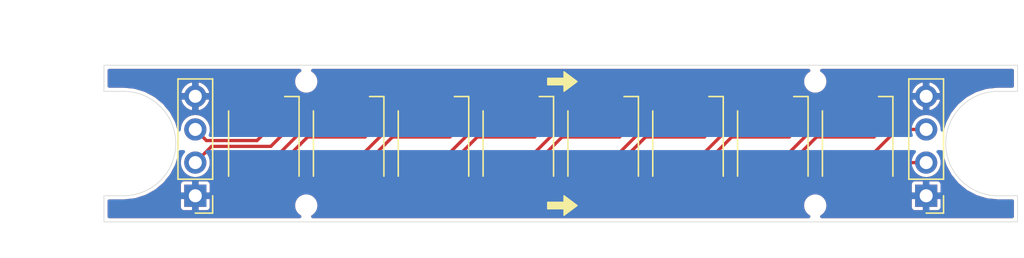
<source format=kicad_pcb>
(kicad_pcb (version 20171130) (host pcbnew "(5.1.7-0-10_14)")

  (general
    (thickness 1.6)
    (drawings 20)
    (tracks 84)
    (zones 0)
    (modules 14)
    (nets 21)
  )

  (page A4)
  (title_block
    (title "Ampel LED Streifen")
    (date 2019-08-25)
    (rev 1)
  )

  (layers
    (0 F.Cu signal)
    (31 B.Cu signal)
    (32 B.Adhes user)
    (33 F.Adhes user)
    (34 B.Paste user)
    (35 F.Paste user)
    (36 B.SilkS user)
    (37 F.SilkS user)
    (38 B.Mask user)
    (39 F.Mask user)
    (40 Dwgs.User user)
    (41 Cmts.User user)
    (42 Eco1.User user)
    (43 Eco2.User user)
    (44 Edge.Cuts user)
    (45 Margin user)
    (46 B.CrtYd user)
    (47 F.CrtYd user)
    (48 B.Fab user)
    (49 F.Fab user)
  )

  (setup
    (last_trace_width 0.25)
    (user_trace_width 0.5)
    (user_trace_width 1)
    (trace_clearance 0.2)
    (zone_clearance 0.254)
    (zone_45_only no)
    (trace_min 0.2)
    (via_size 0.8)
    (via_drill 0.4)
    (via_min_size 0.4)
    (via_min_drill 0.3)
    (uvia_size 0.3)
    (uvia_drill 0.1)
    (uvias_allowed no)
    (uvia_min_size 0.2)
    (uvia_min_drill 0.1)
    (edge_width 0.05)
    (segment_width 0.2)
    (pcb_text_width 0.3)
    (pcb_text_size 1.5 1.5)
    (mod_edge_width 0.12)
    (mod_text_size 1 1)
    (mod_text_width 0.15)
    (pad_size 1.524 1.524)
    (pad_drill 0.762)
    (pad_to_mask_clearance 0.051)
    (solder_mask_min_width 0.25)
    (aux_axis_origin 0 0)
    (grid_origin 150 100)
    (visible_elements FFFFFF7F)
    (pcbplotparams
      (layerselection 0x010fc_ffffffff)
      (usegerberextensions false)
      (usegerberattributes false)
      (usegerberadvancedattributes false)
      (creategerberjobfile false)
      (excludeedgelayer true)
      (linewidth 0.100000)
      (plotframeref false)
      (viasonmask false)
      (mode 1)
      (useauxorigin false)
      (hpglpennumber 1)
      (hpglpenspeed 20)
      (hpglpendiameter 15.000000)
      (psnegative false)
      (psa4output false)
      (plotreference true)
      (plotvalue true)
      (plotinvisibletext false)
      (padsonsilk false)
      (subtractmaskfromsilk false)
      (outputformat 1)
      (mirror false)
      (drillshape 0)
      (scaleselection 1)
      (outputdirectory "Gerber/"))
  )

  (net 0 "")
  (net 1 "Net-(D1-Pad6)")
  (net 2 "Net-(D1-Pad5)")
  (net 3 +5V)
  (net 4 GND)
  (net 5 "Net-(D1-Pad2)")
  (net 6 "Net-(D1-Pad1)")
  (net 7 "Net-(D2-Pad5)")
  (net 8 "Net-(D2-Pad6)")
  (net 9 "Net-(D3-Pad6)")
  (net 10 "Net-(D3-Pad5)")
  (net 11 "Net-(D4-Pad5)")
  (net 12 "Net-(D4-Pad6)")
  (net 13 "Net-(D5-Pad6)")
  (net 14 "Net-(D5-Pad5)")
  (net 15 "Net-(D6-Pad5)")
  (net 16 "Net-(D6-Pad6)")
  (net 17 "Net-(D7-Pad6)")
  (net 18 "Net-(D7-Pad5)")
  (net 19 "Net-(D8-Pad5)")
  (net 20 "Net-(D8-Pad6)")

  (net_class Default "This is the default net class."
    (clearance 0.2)
    (trace_width 0.25)
    (via_dia 0.8)
    (via_drill 0.4)
    (uvia_dia 0.3)
    (uvia_drill 0.1)
    (add_net +5V)
    (add_net GND)
    (add_net "Net-(D1-Pad1)")
    (add_net "Net-(D1-Pad2)")
    (add_net "Net-(D1-Pad5)")
    (add_net "Net-(D1-Pad6)")
    (add_net "Net-(D2-Pad5)")
    (add_net "Net-(D2-Pad6)")
    (add_net "Net-(D3-Pad5)")
    (add_net "Net-(D3-Pad6)")
    (add_net "Net-(D4-Pad5)")
    (add_net "Net-(D4-Pad6)")
    (add_net "Net-(D5-Pad5)")
    (add_net "Net-(D5-Pad6)")
    (add_net "Net-(D6-Pad5)")
    (add_net "Net-(D6-Pad6)")
    (add_net "Net-(D7-Pad5)")
    (add_net "Net-(D7-Pad6)")
    (add_net "Net-(D8-Pad5)")
    (add_net "Net-(D8-Pad6)")
  )

  (module MountingHole:MountingHole_1.2mm (layer F.Cu) (tedit 5D62DADD) (tstamp 5D634FDC)
    (at 169.5 104.75)
    (descr "Mounting Hole 1.2mm, no annular")
    (tags "mounting hole 1.2mm no annular")
    (attr virtual)
    (fp_text reference REF** (at 0 -3.2) (layer F.SilkS) hide
      (effects (font (size 1 1) (thickness 0.15)))
    )
    (fp_text value MountingHole_1.2mm (at 0 3.2) (layer F.Fab)
      (effects (font (size 1 1) (thickness 0.15)))
    )
    (fp_circle (center 0 0) (end 1 0) (layer Cmts.User) (width 0.15))
    (fp_circle (center 0 0) (end 1.05 0) (layer F.CrtYd) (width 0.05))
    (fp_text user %R (at 0.3 0) (layer F.Fab)
      (effects (font (size 1 1) (thickness 0.15)))
    )
    (pad "" np_thru_hole circle (at 0 0) (size 1.2 1.2) (drill 1.2) (layers *.Cu *.Mask))
  )

  (module MountingHole:MountingHole_1.2mm (layer F.Cu) (tedit 5D62DADD) (tstamp 5D634F70)
    (at 169.5 95.25)
    (descr "Mounting Hole 1.2mm, no annular")
    (tags "mounting hole 1.2mm no annular")
    (attr virtual)
    (fp_text reference REF** (at 0 -3.2) (layer F.SilkS) hide
      (effects (font (size 1 1) (thickness 0.15)))
    )
    (fp_text value MountingHole_1.2mm (at 0 3.2) (layer F.Fab)
      (effects (font (size 1 1) (thickness 0.15)))
    )
    (fp_circle (center 0 0) (end 1 0) (layer Cmts.User) (width 0.15))
    (fp_circle (center 0 0) (end 1.05 0) (layer F.CrtYd) (width 0.05))
    (fp_text user %R (at 0.3 0) (layer F.Fab)
      (effects (font (size 1 1) (thickness 0.15)))
    )
    (pad "" np_thru_hole circle (at 0 0) (size 1.2 1.2) (drill 1.2) (layers *.Cu *.Mask))
  )

  (module MountingHole:MountingHole_1.2mm (layer F.Cu) (tedit 5D62DADD) (tstamp 5D634F4C)
    (at 130.5 104.75)
    (descr "Mounting Hole 1.2mm, no annular")
    (tags "mounting hole 1.2mm no annular")
    (attr virtual)
    (fp_text reference REF** (at 0 -3.2) (layer F.SilkS) hide
      (effects (font (size 1 1) (thickness 0.15)))
    )
    (fp_text value MountingHole_1.2mm (at 0 3.2) (layer F.Fab)
      (effects (font (size 1 1) (thickness 0.15)))
    )
    (fp_circle (center 0 0) (end 1 0) (layer Cmts.User) (width 0.15))
    (fp_circle (center 0 0) (end 1.05 0) (layer F.CrtYd) (width 0.05))
    (fp_text user %R (at 0.3 0) (layer F.Fab)
      (effects (font (size 1 1) (thickness 0.15)))
    )
    (pad "" np_thru_hole circle (at 0 0) (size 1.2 1.2) (drill 1.2) (layers *.Cu *.Mask))
  )

  (module MountingHole:MountingHole_1.2mm (layer F.Cu) (tedit 5D62DADD) (tstamp 5D634F27)
    (at 130.5 95.25)
    (descr "Mounting Hole 1.2mm, no annular")
    (tags "mounting hole 1.2mm no annular")
    (attr virtual)
    (fp_text reference REF** (at 0 -3.2) (layer F.SilkS) hide
      (effects (font (size 1 1) (thickness 0.15)))
    )
    (fp_text value MountingHole_1.2mm (at 0 3.2) (layer F.Fab)
      (effects (font (size 1 1) (thickness 0.15)))
    )
    (fp_circle (center 0 0) (end 1 0) (layer Cmts.User) (width 0.15))
    (fp_circle (center 0 0) (end 1.05 0) (layer F.CrtYd) (width 0.05))
    (fp_text user %R (at 0.3 0) (layer F.Fab)
      (effects (font (size 1 1) (thickness 0.15)))
    )
    (pad "" np_thru_hole circle (at 0 0) (size 1.2 1.2) (drill 1.2) (layers *.Cu *.Mask))
  )

  (module LED_SMD:LED_RGB_5050-6 (layer F.Cu) (tedit 59155824) (tstamp 5D62C1A6)
    (at 127.25 100 270)
    (descr http://cdn.sparkfun.com/datasheets/Components/LED/5060BRG4.pdf)
    (tags "RGB LED 5050-6")
    (path /5D62E8CA)
    (attr smd)
    (fp_text reference D1 (at 0 -3.5 270) (layer F.SilkS) hide
      (effects (font (size 1 1) (thickness 0.15)))
    )
    (fp_text value APA102 (at 0 3.3 90) (layer F.Fab)
      (effects (font (size 1 1) (thickness 0.15)))
    )
    (fp_line (start -2.5 -1.9) (end -1.9 -2.5) (layer F.Fab) (width 0.1))
    (fp_line (start 2.5 -2.5) (end -2.5 -2.5) (layer F.Fab) (width 0.1))
    (fp_line (start 2.5 2.5) (end 2.5 -2.5) (layer F.Fab) (width 0.1))
    (fp_line (start -2.5 2.5) (end 2.5 2.5) (layer F.Fab) (width 0.1))
    (fp_line (start -2.5 -2.5) (end -2.5 2.5) (layer F.Fab) (width 0.1))
    (fp_line (start -3.6 -2.7) (end 2.5 -2.7) (layer F.SilkS) (width 0.12))
    (fp_line (start -3.6 -1.6) (end -3.6 -2.7) (layer F.SilkS) (width 0.12))
    (fp_line (start 2.5 2.7) (end -2.5 2.7) (layer F.SilkS) (width 0.12))
    (fp_line (start 3.65 -2.75) (end -3.65 -2.75) (layer F.CrtYd) (width 0.05))
    (fp_line (start 3.65 2.75) (end 3.65 -2.75) (layer F.CrtYd) (width 0.05))
    (fp_line (start -3.65 2.75) (end 3.65 2.75) (layer F.CrtYd) (width 0.05))
    (fp_line (start -3.65 -2.75) (end -3.65 2.75) (layer F.CrtYd) (width 0.05))
    (fp_circle (center 0 0) (end 0 -1.9) (layer F.Fab) (width 0.1))
    (fp_text user %R (at 0 0 270) (layer F.Fab)
      (effects (font (size 0.6 0.6) (thickness 0.06)))
    )
    (pad 6 smd rect (at 2.4 -1.7) (size 1.1 2) (layers F.Cu F.Paste F.Mask)
      (net 1 "Net-(D1-Pad6)"))
    (pad 5 smd rect (at 2.4 0) (size 1.1 2) (layers F.Cu F.Paste F.Mask)
      (net 2 "Net-(D1-Pad5)"))
    (pad 4 smd rect (at 2.4 1.7) (size 1.1 2) (layers F.Cu F.Paste F.Mask)
      (net 3 +5V))
    (pad 3 smd rect (at -2.4 1.7) (size 1.1 2) (layers F.Cu F.Paste F.Mask)
      (net 4 GND))
    (pad 2 smd rect (at -2.4 0) (size 1.1 2) (layers F.Cu F.Paste F.Mask)
      (net 5 "Net-(D1-Pad2)"))
    (pad 1 smd rect (at -2.4 -1.7) (size 1.1 2) (layers F.Cu F.Paste F.Mask)
      (net 6 "Net-(D1-Pad1)"))
    (model ${KISYS3DMOD}/LED_SMD.3dshapes/LED_RGB_5050-6.wrl
      (at (xyz 0 0 0))
      (scale (xyz 1 1 1))
      (rotate (xyz 0 0 0))
    )
  )

  (module LED_SMD:LED_RGB_5050-6 (layer F.Cu) (tedit 59155824) (tstamp 5D62CA0B)
    (at 133.75 100 270)
    (descr http://cdn.sparkfun.com/datasheets/Components/LED/5060BRG4.pdf)
    (tags "RGB LED 5050-6")
    (path /5D62BFE4)
    (attr smd)
    (fp_text reference D2 (at 0 -3.5 270) (layer F.SilkS) hide
      (effects (font (size 1 1) (thickness 0.15)))
    )
    (fp_text value APA102 (at 0 3.3 90) (layer F.Fab)
      (effects (font (size 1 1) (thickness 0.15)))
    )
    (fp_circle (center 0 0) (end 0 -1.9) (layer F.Fab) (width 0.1))
    (fp_line (start -3.65 -2.75) (end -3.65 2.75) (layer F.CrtYd) (width 0.05))
    (fp_line (start -3.65 2.75) (end 3.65 2.75) (layer F.CrtYd) (width 0.05))
    (fp_line (start 3.65 2.75) (end 3.65 -2.75) (layer F.CrtYd) (width 0.05))
    (fp_line (start 3.65 -2.75) (end -3.65 -2.75) (layer F.CrtYd) (width 0.05))
    (fp_line (start 2.5 2.7) (end -2.5 2.7) (layer F.SilkS) (width 0.12))
    (fp_line (start -3.6 -1.6) (end -3.6 -2.7) (layer F.SilkS) (width 0.12))
    (fp_line (start -3.6 -2.7) (end 2.5 -2.7) (layer F.SilkS) (width 0.12))
    (fp_line (start -2.5 -2.5) (end -2.5 2.5) (layer F.Fab) (width 0.1))
    (fp_line (start -2.5 2.5) (end 2.5 2.5) (layer F.Fab) (width 0.1))
    (fp_line (start 2.5 2.5) (end 2.5 -2.5) (layer F.Fab) (width 0.1))
    (fp_line (start 2.5 -2.5) (end -2.5 -2.5) (layer F.Fab) (width 0.1))
    (fp_line (start -2.5 -1.9) (end -1.9 -2.5) (layer F.Fab) (width 0.1))
    (fp_text user %R (at 0 0 90) (layer F.Fab)
      (effects (font (size 0.6 0.6) (thickness 0.06)))
    )
    (pad 1 smd rect (at -2.4 -1.7) (size 1.1 2) (layers F.Cu F.Paste F.Mask)
      (net 1 "Net-(D1-Pad6)"))
    (pad 2 smd rect (at -2.4 0) (size 1.1 2) (layers F.Cu F.Paste F.Mask)
      (net 2 "Net-(D1-Pad5)"))
    (pad 3 smd rect (at -2.4 1.7) (size 1.1 2) (layers F.Cu F.Paste F.Mask)
      (net 4 GND))
    (pad 4 smd rect (at 2.4 1.7) (size 1.1 2) (layers F.Cu F.Paste F.Mask)
      (net 3 +5V))
    (pad 5 smd rect (at 2.4 0) (size 1.1 2) (layers F.Cu F.Paste F.Mask)
      (net 7 "Net-(D2-Pad5)"))
    (pad 6 smd rect (at 2.4 -1.7) (size 1.1 2) (layers F.Cu F.Paste F.Mask)
      (net 8 "Net-(D2-Pad6)"))
    (model ${KISYS3DMOD}/LED_SMD.3dshapes/LED_RGB_5050-6.wrl
      (at (xyz 0 0 0))
      (scale (xyz 1 1 1))
      (rotate (xyz 0 0 0))
    )
  )

  (module LED_SMD:LED_RGB_5050-6 (layer F.Cu) (tedit 59155824) (tstamp 5D62C1D6)
    (at 140.25 100 270)
    (descr http://cdn.sparkfun.com/datasheets/Components/LED/5060BRG4.pdf)
    (tags "RGB LED 5050-6")
    (path /5D62C5D7)
    (attr smd)
    (fp_text reference D3 (at 0 -3.5 270) (layer F.SilkS) hide
      (effects (font (size 1 1) (thickness 0.15)))
    )
    (fp_text value APA102 (at 0 3.3 90) (layer F.Fab)
      (effects (font (size 1 1) (thickness 0.15)))
    )
    (fp_line (start -2.5 -1.9) (end -1.9 -2.5) (layer F.Fab) (width 0.1))
    (fp_line (start 2.5 -2.5) (end -2.5 -2.5) (layer F.Fab) (width 0.1))
    (fp_line (start 2.5 2.5) (end 2.5 -2.5) (layer F.Fab) (width 0.1))
    (fp_line (start -2.5 2.5) (end 2.5 2.5) (layer F.Fab) (width 0.1))
    (fp_line (start -2.5 -2.5) (end -2.5 2.5) (layer F.Fab) (width 0.1))
    (fp_line (start -3.6 -2.7) (end 2.5 -2.7) (layer F.SilkS) (width 0.12))
    (fp_line (start -3.6 -1.6) (end -3.6 -2.7) (layer F.SilkS) (width 0.12))
    (fp_line (start 2.5 2.7) (end -2.5 2.7) (layer F.SilkS) (width 0.12))
    (fp_line (start 3.65 -2.75) (end -3.65 -2.75) (layer F.CrtYd) (width 0.05))
    (fp_line (start 3.65 2.75) (end 3.65 -2.75) (layer F.CrtYd) (width 0.05))
    (fp_line (start -3.65 2.75) (end 3.65 2.75) (layer F.CrtYd) (width 0.05))
    (fp_line (start -3.65 -2.75) (end -3.65 2.75) (layer F.CrtYd) (width 0.05))
    (fp_circle (center 0 0) (end 0 -1.9) (layer F.Fab) (width 0.1))
    (fp_text user %R (at 0 0 90) (layer F.Fab)
      (effects (font (size 0.6 0.6) (thickness 0.06)))
    )
    (pad 6 smd rect (at 2.4 -1.7) (size 1.1 2) (layers F.Cu F.Paste F.Mask)
      (net 9 "Net-(D3-Pad6)"))
    (pad 5 smd rect (at 2.4 0) (size 1.1 2) (layers F.Cu F.Paste F.Mask)
      (net 10 "Net-(D3-Pad5)"))
    (pad 4 smd rect (at 2.4 1.7) (size 1.1 2) (layers F.Cu F.Paste F.Mask)
      (net 3 +5V))
    (pad 3 smd rect (at -2.4 1.7) (size 1.1 2) (layers F.Cu F.Paste F.Mask)
      (net 4 GND))
    (pad 2 smd rect (at -2.4 0) (size 1.1 2) (layers F.Cu F.Paste F.Mask)
      (net 7 "Net-(D2-Pad5)"))
    (pad 1 smd rect (at -2.4 -1.7) (size 1.1 2) (layers F.Cu F.Paste F.Mask)
      (net 8 "Net-(D2-Pad6)"))
    (model ${KISYS3DMOD}/LED_SMD.3dshapes/LED_RGB_5050-6.wrl
      (at (xyz 0 0 0))
      (scale (xyz 1 1 1))
      (rotate (xyz 0 0 0))
    )
  )

  (module LED_SMD:LED_RGB_5050-6 (layer F.Cu) (tedit 59155824) (tstamp 5D62C1EE)
    (at 146.75 100 270)
    (descr http://cdn.sparkfun.com/datasheets/Components/LED/5060BRG4.pdf)
    (tags "RGB LED 5050-6")
    (path /5D62CCEB)
    (attr smd)
    (fp_text reference D4 (at 0 -3.5 270) (layer F.SilkS) hide
      (effects (font (size 1 1) (thickness 0.15)))
    )
    (fp_text value APA102 (at 0 3.3 90) (layer F.Fab)
      (effects (font (size 1 1) (thickness 0.15)))
    )
    (fp_circle (center 0 0) (end 0 -1.9) (layer F.Fab) (width 0.1))
    (fp_line (start -3.65 -2.75) (end -3.65 2.75) (layer F.CrtYd) (width 0.05))
    (fp_line (start -3.65 2.75) (end 3.65 2.75) (layer F.CrtYd) (width 0.05))
    (fp_line (start 3.65 2.75) (end 3.65 -2.75) (layer F.CrtYd) (width 0.05))
    (fp_line (start 3.65 -2.75) (end -3.65 -2.75) (layer F.CrtYd) (width 0.05))
    (fp_line (start 2.5 2.7) (end -2.5 2.7) (layer F.SilkS) (width 0.12))
    (fp_line (start -3.6 -1.6) (end -3.6 -2.7) (layer F.SilkS) (width 0.12))
    (fp_line (start -3.6 -2.7) (end 2.5 -2.7) (layer F.SilkS) (width 0.12))
    (fp_line (start -2.5 -2.5) (end -2.5 2.5) (layer F.Fab) (width 0.1))
    (fp_line (start -2.5 2.5) (end 2.5 2.5) (layer F.Fab) (width 0.1))
    (fp_line (start 2.5 2.5) (end 2.5 -2.5) (layer F.Fab) (width 0.1))
    (fp_line (start 2.5 -2.5) (end -2.5 -2.5) (layer F.Fab) (width 0.1))
    (fp_line (start -2.5 -1.9) (end -1.9 -2.5) (layer F.Fab) (width 0.1))
    (fp_text user %R (at 0 0 90) (layer F.Fab)
      (effects (font (size 0.6 0.6) (thickness 0.06)))
    )
    (pad 1 smd rect (at -2.4 -1.7) (size 1.1 2) (layers F.Cu F.Paste F.Mask)
      (net 9 "Net-(D3-Pad6)"))
    (pad 2 smd rect (at -2.4 0) (size 1.1 2) (layers F.Cu F.Paste F.Mask)
      (net 10 "Net-(D3-Pad5)"))
    (pad 3 smd rect (at -2.4 1.7) (size 1.1 2) (layers F.Cu F.Paste F.Mask)
      (net 4 GND))
    (pad 4 smd rect (at 2.4 1.7) (size 1.1 2) (layers F.Cu F.Paste F.Mask)
      (net 3 +5V))
    (pad 5 smd rect (at 2.4 0) (size 1.1 2) (layers F.Cu F.Paste F.Mask)
      (net 11 "Net-(D4-Pad5)"))
    (pad 6 smd rect (at 2.4 -1.7) (size 1.1 2) (layers F.Cu F.Paste F.Mask)
      (net 12 "Net-(D4-Pad6)"))
    (model ${KISYS3DMOD}/LED_SMD.3dshapes/LED_RGB_5050-6.wrl
      (at (xyz 0 0 0))
      (scale (xyz 1 1 1))
      (rotate (xyz 0 0 0))
    )
  )

  (module LED_SMD:LED_RGB_5050-6 (layer F.Cu) (tedit 59155824) (tstamp 5D62CDE6)
    (at 153.25 100 270)
    (descr http://cdn.sparkfun.com/datasheets/Components/LED/5060BRG4.pdf)
    (tags "RGB LED 5050-6")
    (path /5D62D2D2)
    (attr smd)
    (fp_text reference D5 (at 0 -3.5 270) (layer F.SilkS) hide
      (effects (font (size 1 1) (thickness 0.15)))
    )
    (fp_text value APA102 (at 0 3.3 90) (layer F.Fab)
      (effects (font (size 1 1) (thickness 0.15)))
    )
    (fp_line (start -2.5 -1.9) (end -1.9 -2.5) (layer F.Fab) (width 0.1))
    (fp_line (start 2.5 -2.5) (end -2.5 -2.5) (layer F.Fab) (width 0.1))
    (fp_line (start 2.5 2.5) (end 2.5 -2.5) (layer F.Fab) (width 0.1))
    (fp_line (start -2.5 2.5) (end 2.5 2.5) (layer F.Fab) (width 0.1))
    (fp_line (start -2.5 -2.5) (end -2.5 2.5) (layer F.Fab) (width 0.1))
    (fp_line (start -3.6 -2.7) (end 2.5 -2.7) (layer F.SilkS) (width 0.12))
    (fp_line (start -3.6 -1.6) (end -3.6 -2.7) (layer F.SilkS) (width 0.12))
    (fp_line (start 2.5 2.7) (end -2.5 2.7) (layer F.SilkS) (width 0.12))
    (fp_line (start 3.65 -2.75) (end -3.65 -2.75) (layer F.CrtYd) (width 0.05))
    (fp_line (start 3.65 2.75) (end 3.65 -2.75) (layer F.CrtYd) (width 0.05))
    (fp_line (start -3.65 2.75) (end 3.65 2.75) (layer F.CrtYd) (width 0.05))
    (fp_line (start -3.65 -2.75) (end -3.65 2.75) (layer F.CrtYd) (width 0.05))
    (fp_circle (center 0 0) (end 0 -1.9) (layer F.Fab) (width 0.1))
    (fp_text user %R (at 0 0 90) (layer F.Fab)
      (effects (font (size 0.6 0.6) (thickness 0.06)))
    )
    (pad 6 smd rect (at 2.4 -1.7) (size 1.1 2) (layers F.Cu F.Paste F.Mask)
      (net 13 "Net-(D5-Pad6)"))
    (pad 5 smd rect (at 2.4 0) (size 1.1 2) (layers F.Cu F.Paste F.Mask)
      (net 14 "Net-(D5-Pad5)"))
    (pad 4 smd rect (at 2.4 1.7) (size 1.1 2) (layers F.Cu F.Paste F.Mask)
      (net 3 +5V))
    (pad 3 smd rect (at -2.4 1.7) (size 1.1 2) (layers F.Cu F.Paste F.Mask)
      (net 4 GND))
    (pad 2 smd rect (at -2.4 0) (size 1.1 2) (layers F.Cu F.Paste F.Mask)
      (net 11 "Net-(D4-Pad5)"))
    (pad 1 smd rect (at -2.4 -1.7) (size 1.1 2) (layers F.Cu F.Paste F.Mask)
      (net 12 "Net-(D4-Pad6)"))
    (model ${KISYS3DMOD}/LED_SMD.3dshapes/LED_RGB_5050-6.wrl
      (at (xyz 0 0 0))
      (scale (xyz 1 1 1))
      (rotate (xyz 0 0 0))
    )
  )

  (module LED_SMD:LED_RGB_5050-6 (layer F.Cu) (tedit 59155824) (tstamp 5D62C21E)
    (at 159.75 100 270)
    (descr http://cdn.sparkfun.com/datasheets/Components/LED/5060BRG4.pdf)
    (tags "RGB LED 5050-6")
    (path /5D62D93A)
    (attr smd)
    (fp_text reference D6 (at 0 -3.5 270) (layer F.SilkS) hide
      (effects (font (size 1 1) (thickness 0.15)))
    )
    (fp_text value APA102 (at 0 3.3 90) (layer F.Fab)
      (effects (font (size 1 1) (thickness 0.15)))
    )
    (fp_circle (center 0 0) (end 0 -1.9) (layer F.Fab) (width 0.1))
    (fp_line (start -3.65 -2.75) (end -3.65 2.75) (layer F.CrtYd) (width 0.05))
    (fp_line (start -3.65 2.75) (end 3.65 2.75) (layer F.CrtYd) (width 0.05))
    (fp_line (start 3.65 2.75) (end 3.65 -2.75) (layer F.CrtYd) (width 0.05))
    (fp_line (start 3.65 -2.75) (end -3.65 -2.75) (layer F.CrtYd) (width 0.05))
    (fp_line (start 2.5 2.7) (end -2.5 2.7) (layer F.SilkS) (width 0.12))
    (fp_line (start -3.6 -1.6) (end -3.6 -2.7) (layer F.SilkS) (width 0.12))
    (fp_line (start -3.6 -2.7) (end 2.5 -2.7) (layer F.SilkS) (width 0.12))
    (fp_line (start -2.5 -2.5) (end -2.5 2.5) (layer F.Fab) (width 0.1))
    (fp_line (start -2.5 2.5) (end 2.5 2.5) (layer F.Fab) (width 0.1))
    (fp_line (start 2.5 2.5) (end 2.5 -2.5) (layer F.Fab) (width 0.1))
    (fp_line (start 2.5 -2.5) (end -2.5 -2.5) (layer F.Fab) (width 0.1))
    (fp_line (start -2.5 -1.9) (end -1.9 -2.5) (layer F.Fab) (width 0.1))
    (fp_text user %R (at 0 0 90) (layer F.Fab)
      (effects (font (size 0.6 0.6) (thickness 0.06)))
    )
    (pad 1 smd rect (at -2.4 -1.7) (size 1.1 2) (layers F.Cu F.Paste F.Mask)
      (net 13 "Net-(D5-Pad6)"))
    (pad 2 smd rect (at -2.4 0) (size 1.1 2) (layers F.Cu F.Paste F.Mask)
      (net 14 "Net-(D5-Pad5)"))
    (pad 3 smd rect (at -2.4 1.7) (size 1.1 2) (layers F.Cu F.Paste F.Mask)
      (net 4 GND))
    (pad 4 smd rect (at 2.4 1.7) (size 1.1 2) (layers F.Cu F.Paste F.Mask)
      (net 3 +5V))
    (pad 5 smd rect (at 2.4 0) (size 1.1 2) (layers F.Cu F.Paste F.Mask)
      (net 15 "Net-(D6-Pad5)"))
    (pad 6 smd rect (at 2.4 -1.7) (size 1.1 2) (layers F.Cu F.Paste F.Mask)
      (net 16 "Net-(D6-Pad6)"))
    (model ${KISYS3DMOD}/LED_SMD.3dshapes/LED_RGB_5050-6.wrl
      (at (xyz 0 0 0))
      (scale (xyz 1 1 1))
      (rotate (xyz 0 0 0))
    )
  )

  (module LED_SMD:LED_RGB_5050-6 (layer F.Cu) (tedit 59155824) (tstamp 5D62C7AB)
    (at 166.25 100 270)
    (descr http://cdn.sparkfun.com/datasheets/Components/LED/5060BRG4.pdf)
    (tags "RGB LED 5050-6")
    (path /5D62E12F)
    (attr smd)
    (fp_text reference D7 (at 0 -3.5 270) (layer F.SilkS) hide
      (effects (font (size 1 1) (thickness 0.15)))
    )
    (fp_text value APA102 (at 0 3.3 90) (layer F.Fab)
      (effects (font (size 1 1) (thickness 0.15)))
    )
    (fp_line (start -2.5 -1.9) (end -1.9 -2.5) (layer F.Fab) (width 0.1))
    (fp_line (start 2.5 -2.5) (end -2.5 -2.5) (layer F.Fab) (width 0.1))
    (fp_line (start 2.5 2.5) (end 2.5 -2.5) (layer F.Fab) (width 0.1))
    (fp_line (start -2.5 2.5) (end 2.5 2.5) (layer F.Fab) (width 0.1))
    (fp_line (start -2.5 -2.5) (end -2.5 2.5) (layer F.Fab) (width 0.1))
    (fp_line (start -3.6 -2.7) (end 2.5 -2.7) (layer F.SilkS) (width 0.12))
    (fp_line (start -3.6 -1.6) (end -3.6 -2.7) (layer F.SilkS) (width 0.12))
    (fp_line (start 2.5 2.7) (end -2.5 2.7) (layer F.SilkS) (width 0.12))
    (fp_line (start 3.65 -2.75) (end -3.65 -2.75) (layer F.CrtYd) (width 0.05))
    (fp_line (start 3.65 2.75) (end 3.65 -2.75) (layer F.CrtYd) (width 0.05))
    (fp_line (start -3.65 2.75) (end 3.65 2.75) (layer F.CrtYd) (width 0.05))
    (fp_line (start -3.65 -2.75) (end -3.65 2.75) (layer F.CrtYd) (width 0.05))
    (fp_circle (center 0 0) (end 0 -1.9) (layer F.Fab) (width 0.1))
    (fp_text user %R (at 0 0 90) (layer F.Fab)
      (effects (font (size 0.6 0.6) (thickness 0.06)))
    )
    (pad 6 smd rect (at 2.4 -1.7) (size 1.1 2) (layers F.Cu F.Paste F.Mask)
      (net 17 "Net-(D7-Pad6)"))
    (pad 5 smd rect (at 2.4 0) (size 1.1 2) (layers F.Cu F.Paste F.Mask)
      (net 18 "Net-(D7-Pad5)"))
    (pad 4 smd rect (at 2.4 1.7) (size 1.1 2) (layers F.Cu F.Paste F.Mask)
      (net 3 +5V))
    (pad 3 smd rect (at -2.4 1.7) (size 1.1 2) (layers F.Cu F.Paste F.Mask)
      (net 4 GND))
    (pad 2 smd rect (at -2.4 0) (size 1.1 2) (layers F.Cu F.Paste F.Mask)
      (net 15 "Net-(D6-Pad5)"))
    (pad 1 smd rect (at -2.4 -1.7) (size 1.1 2) (layers F.Cu F.Paste F.Mask)
      (net 16 "Net-(D6-Pad6)"))
    (model ${KISYS3DMOD}/LED_SMD.3dshapes/LED_RGB_5050-6.wrl
      (at (xyz 0 0 0))
      (scale (xyz 1 1 1))
      (rotate (xyz 0 0 0))
    )
  )

  (module LED_SMD:LED_RGB_5050-6 (layer F.Cu) (tedit 59155824) (tstamp 5D62C24E)
    (at 172.75 100 270)
    (descr http://cdn.sparkfun.com/datasheets/Components/LED/5060BRG4.pdf)
    (tags "RGB LED 5050-6")
    (path /5D62E491)
    (attr smd)
    (fp_text reference D8 (at 0 -3.5 270) (layer F.SilkS) hide
      (effects (font (size 1 1) (thickness 0.15)))
    )
    (fp_text value APA102 (at 0 3.3 90) (layer F.Fab)
      (effects (font (size 1 1) (thickness 0.15)))
    )
    (fp_circle (center 0 0) (end 0 -1.9) (layer F.Fab) (width 0.1))
    (fp_line (start -3.65 -2.75) (end -3.65 2.75) (layer F.CrtYd) (width 0.05))
    (fp_line (start -3.65 2.75) (end 3.65 2.75) (layer F.CrtYd) (width 0.05))
    (fp_line (start 3.65 2.75) (end 3.65 -2.75) (layer F.CrtYd) (width 0.05))
    (fp_line (start 3.65 -2.75) (end -3.65 -2.75) (layer F.CrtYd) (width 0.05))
    (fp_line (start 2.5 2.7) (end -2.5 2.7) (layer F.SilkS) (width 0.12))
    (fp_line (start -3.6 -1.6) (end -3.6 -2.7) (layer F.SilkS) (width 0.12))
    (fp_line (start -3.6 -2.7) (end 2.5 -2.7) (layer F.SilkS) (width 0.12))
    (fp_line (start -2.5 -2.5) (end -2.5 2.5) (layer F.Fab) (width 0.1))
    (fp_line (start -2.5 2.5) (end 2.5 2.5) (layer F.Fab) (width 0.1))
    (fp_line (start 2.5 2.5) (end 2.5 -2.5) (layer F.Fab) (width 0.1))
    (fp_line (start 2.5 -2.5) (end -2.5 -2.5) (layer F.Fab) (width 0.1))
    (fp_line (start -2.5 -1.9) (end -1.9 -2.5) (layer F.Fab) (width 0.1))
    (fp_text user %R (at 0 0 90) (layer F.Fab)
      (effects (font (size 0.6 0.6) (thickness 0.06)))
    )
    (pad 1 smd rect (at -2.4 -1.7) (size 1.1 2) (layers F.Cu F.Paste F.Mask)
      (net 17 "Net-(D7-Pad6)"))
    (pad 2 smd rect (at -2.4 0) (size 1.1 2) (layers F.Cu F.Paste F.Mask)
      (net 18 "Net-(D7-Pad5)"))
    (pad 3 smd rect (at -2.4 1.7) (size 1.1 2) (layers F.Cu F.Paste F.Mask)
      (net 4 GND))
    (pad 4 smd rect (at 2.4 1.7) (size 1.1 2) (layers F.Cu F.Paste F.Mask)
      (net 3 +5V))
    (pad 5 smd rect (at 2.4 0) (size 1.1 2) (layers F.Cu F.Paste F.Mask)
      (net 19 "Net-(D8-Pad5)"))
    (pad 6 smd rect (at 2.4 -1.7) (size 1.1 2) (layers F.Cu F.Paste F.Mask)
      (net 20 "Net-(D8-Pad6)"))
    (model ${KISYS3DMOD}/LED_SMD.3dshapes/LED_RGB_5050-6.wrl
      (at (xyz 0 0 0))
      (scale (xyz 1 1 1))
      (rotate (xyz 0 0 0))
    )
  )

  (module Connector_PinHeader_2.54mm:PinHeader_1x04_P2.54mm_Vertical (layer F.Cu) (tedit 59FED5CC) (tstamp 5D634005)
    (at 122 104 180)
    (descr "Through hole straight pin header, 1x04, 2.54mm pitch, single row")
    (tags "Through hole pin header THT 1x04 2.54mm single row")
    (path /5D6494CD)
    (fp_text reference J1 (at 0 -2.33) (layer F.SilkS) hide
      (effects (font (size 1 1) (thickness 0.15)))
    )
    (fp_text value INPUT (at 0 9.95) (layer F.Fab)
      (effects (font (size 1 1) (thickness 0.15)))
    )
    (fp_line (start -0.635 -1.27) (end 1.27 -1.27) (layer F.Fab) (width 0.1))
    (fp_line (start 1.27 -1.27) (end 1.27 8.89) (layer F.Fab) (width 0.1))
    (fp_line (start 1.27 8.89) (end -1.27 8.89) (layer F.Fab) (width 0.1))
    (fp_line (start -1.27 8.89) (end -1.27 -0.635) (layer F.Fab) (width 0.1))
    (fp_line (start -1.27 -0.635) (end -0.635 -1.27) (layer F.Fab) (width 0.1))
    (fp_line (start -1.33 8.95) (end 1.33 8.95) (layer F.SilkS) (width 0.12))
    (fp_line (start -1.33 1.27) (end -1.33 8.95) (layer F.SilkS) (width 0.12))
    (fp_line (start 1.33 1.27) (end 1.33 8.95) (layer F.SilkS) (width 0.12))
    (fp_line (start -1.33 1.27) (end 1.33 1.27) (layer F.SilkS) (width 0.12))
    (fp_line (start -1.33 0) (end -1.33 -1.33) (layer F.SilkS) (width 0.12))
    (fp_line (start -1.33 -1.33) (end 0 -1.33) (layer F.SilkS) (width 0.12))
    (fp_line (start -1.8 -1.8) (end -1.8 9.4) (layer F.CrtYd) (width 0.05))
    (fp_line (start -1.8 9.4) (end 1.8 9.4) (layer F.CrtYd) (width 0.05))
    (fp_line (start 1.8 9.4) (end 1.8 -1.8) (layer F.CrtYd) (width 0.05))
    (fp_line (start 1.8 -1.8) (end -1.8 -1.8) (layer F.CrtYd) (width 0.05))
    (fp_text user %R (at 0 3.81 90) (layer F.Fab)
      (effects (font (size 1 1) (thickness 0.15)))
    )
    (pad 4 thru_hole oval (at 0 7.62 180) (size 1.7 1.7) (drill 1) (layers *.Cu *.Mask)
      (net 4 GND))
    (pad 3 thru_hole oval (at 0 5.08 180) (size 1.7 1.7) (drill 1) (layers *.Cu *.Mask)
      (net 5 "Net-(D1-Pad2)"))
    (pad 2 thru_hole oval (at 0 2.54 180) (size 1.7 1.7) (drill 1) (layers *.Cu *.Mask)
      (net 6 "Net-(D1-Pad1)"))
    (pad 1 thru_hole rect (at 0 0 180) (size 1.7 1.7) (drill 1) (layers *.Cu *.Mask)
      (net 3 +5V))
    (model ${KISYS3DMOD}/Connector_PinHeader_2.54mm.3dshapes/PinHeader_1x04_P2.54mm_Vertical.wrl
      (at (xyz 0 0 0))
      (scale (xyz 1 1 1))
      (rotate (xyz 0 0 0))
    )
  )

  (module Connector_PinHeader_2.54mm:PinHeader_1x04_P2.54mm_Vertical (layer F.Cu) (tedit 59FED5CC) (tstamp 5D633E90)
    (at 178 104 180)
    (descr "Through hole straight pin header, 1x04, 2.54mm pitch, single row")
    (tags "Through hole pin header THT 1x04 2.54mm single row")
    (path /5D649BF6)
    (fp_text reference J2 (at 0 -2.33) (layer F.SilkS) hide
      (effects (font (size 1 1) (thickness 0.15)))
    )
    (fp_text value OUTPUT (at 0 9.95) (layer F.Fab)
      (effects (font (size 1 1) (thickness 0.15)))
    )
    (fp_line (start 1.8 -1.8) (end -1.8 -1.8) (layer F.CrtYd) (width 0.05))
    (fp_line (start 1.8 9.4) (end 1.8 -1.8) (layer F.CrtYd) (width 0.05))
    (fp_line (start -1.8 9.4) (end 1.8 9.4) (layer F.CrtYd) (width 0.05))
    (fp_line (start -1.8 -1.8) (end -1.8 9.4) (layer F.CrtYd) (width 0.05))
    (fp_line (start -1.33 -1.33) (end 0 -1.33) (layer F.SilkS) (width 0.12))
    (fp_line (start -1.33 0) (end -1.33 -1.33) (layer F.SilkS) (width 0.12))
    (fp_line (start -1.33 1.27) (end 1.33 1.27) (layer F.SilkS) (width 0.12))
    (fp_line (start 1.33 1.27) (end 1.33 8.95) (layer F.SilkS) (width 0.12))
    (fp_line (start -1.33 1.27) (end -1.33 8.95) (layer F.SilkS) (width 0.12))
    (fp_line (start -1.33 8.95) (end 1.33 8.95) (layer F.SilkS) (width 0.12))
    (fp_line (start -1.27 -0.635) (end -0.635 -1.27) (layer F.Fab) (width 0.1))
    (fp_line (start -1.27 8.89) (end -1.27 -0.635) (layer F.Fab) (width 0.1))
    (fp_line (start 1.27 8.89) (end -1.27 8.89) (layer F.Fab) (width 0.1))
    (fp_line (start 1.27 -1.27) (end 1.27 8.89) (layer F.Fab) (width 0.1))
    (fp_line (start -0.635 -1.27) (end 1.27 -1.27) (layer F.Fab) (width 0.1))
    (fp_text user %R (at 0 3.81 90) (layer F.Fab)
      (effects (font (size 1 1) (thickness 0.15)))
    )
    (pad 1 thru_hole rect (at 0 0 180) (size 1.7 1.7) (drill 1) (layers *.Cu *.Mask)
      (net 3 +5V))
    (pad 2 thru_hole oval (at 0 2.54 180) (size 1.7 1.7) (drill 1) (layers *.Cu *.Mask)
      (net 20 "Net-(D8-Pad6)"))
    (pad 3 thru_hole oval (at 0 5.08 180) (size 1.7 1.7) (drill 1) (layers *.Cu *.Mask)
      (net 19 "Net-(D8-Pad5)"))
    (pad 4 thru_hole oval (at 0 7.62 180) (size 1.7 1.7) (drill 1) (layers *.Cu *.Mask)
      (net 4 GND))
    (model ${KISYS3DMOD}/Connector_PinHeader_2.54mm.3dshapes/PinHeader_1x04_P2.54mm_Vertical.wrl
      (at (xyz 0 0 0))
      (scale (xyz 1 1 1))
      (rotate (xyz 0 0 0))
    )
  )

  (gr_poly (pts (xy 149 104.5) (xy 149 105) (xy 150.25 105) (xy 150.25 105.5) (xy 151.25 104.75) (xy 150.25 104) (xy 150.25 104.5)) (layer F.SilkS) (width 0.1) (tstamp 5D6352B5))
  (gr_poly (pts (xy 149 95) (xy 149 95.5) (xy 150.25 95.5) (xy 150.25 96) (xy 151.25 95.25) (xy 150.25 94.5) (xy 150.25 95)) (layer F.SilkS) (width 0.1))
  (gr_line (start 115 104) (end 116.5 104) (layer Edge.Cuts) (width 0.05) (tstamp 5D62CCFF))
  (gr_line (start 115 106) (end 115 104) (layer Edge.Cuts) (width 0.05))
  (gr_line (start 185 106) (end 115 106) (layer Edge.Cuts) (width 0.05))
  (gr_line (start 185 104) (end 185 106) (layer Edge.Cuts) (width 0.05))
  (gr_line (start 183.5 104) (end 185 104) (layer Edge.Cuts) (width 0.05))
  (gr_line (start 185 96) (end 183.5 96) (layer Edge.Cuts) (width 0.05) (tstamp 5D62CCFB))
  (gr_line (start 185 94) (end 185 96) (layer Edge.Cuts) (width 0.05))
  (gr_line (start 115 94) (end 185 94) (layer Edge.Cuts) (width 0.05))
  (gr_line (start 115 96) (end 115 94) (layer Edge.Cuts) (width 0.05))
  (gr_line (start 116.5 96) (end 115 96) (layer Edge.Cuts) (width 0.05))
  (gr_arc (start 183.5 100) (end 183.5 96) (angle -180) (layer Edge.Cuts) (width 0.05) (tstamp 5D62CD2A))
  (gr_arc (start 116.5 100) (end 116.5 96) (angle 180) (layer Edge.Cuts) (width 0.05))
  (dimension 70 (width 0.12) (layer Dwgs.User)
    (gr_text "70.000 mm" (at 150 89.73) (layer Dwgs.User)
      (effects (font (size 1 1) (thickness 0.15)))
    )
    (feature1 (pts (xy 185 93) (xy 185 90.413579)))
    (feature2 (pts (xy 115 93) (xy 115 90.413579)))
    (crossbar (pts (xy 115 91) (xy 185 91)))
    (arrow1a (pts (xy 185 91) (xy 183.873496 91.586421)))
    (arrow1b (pts (xy 185 91) (xy 183.873496 90.413579)))
    (arrow2a (pts (xy 115 91) (xy 116.126504 91.586421)))
    (arrow2b (pts (xy 115 91) (xy 116.126504 90.413579)))
  )
  (dimension 12 (width 0.12) (layer Dwgs.User)
    (gr_text "12.000 mm" (at 110.73 100 270) (layer Dwgs.User)
      (effects (font (size 1 1) (thickness 0.15)))
    )
    (feature1 (pts (xy 114 106) (xy 111.413579 106)))
    (feature2 (pts (xy 114 94) (xy 111.413579 94)))
    (crossbar (pts (xy 112 94) (xy 112 106)))
    (arrow1a (pts (xy 112 106) (xy 111.413579 104.873496)))
    (arrow1b (pts (xy 112 106) (xy 112.586421 104.873496)))
    (arrow2a (pts (xy 112 94) (xy 111.413579 95.126504)))
    (arrow2b (pts (xy 112 94) (xy 112.586421 95.126504)))
  )
  (gr_line (start 185 94) (end 115 94) (layer Dwgs.User) (width 0.12) (tstamp 5D62C477))
  (gr_line (start 185 106) (end 185 94) (layer Dwgs.User) (width 0.12))
  (gr_line (start 115 106) (end 185 106) (layer Dwgs.User) (width 0.12))
  (gr_line (start 115 94) (end 115 106) (layer Dwgs.User) (width 0.12))

  (segment (start 135.45 99.05) (end 135.45 97.6) (width 0.25) (layer F.Cu) (net 1))
  (segment (start 135 99.5) (end 135.45 99.05) (width 0.25) (layer F.Cu) (net 1))
  (segment (start 128.95 101.15) (end 130.6 99.5) (width 0.25) (layer F.Cu) (net 1))
  (segment (start 130.6 99.5) (end 135 99.5) (width 0.25) (layer F.Cu) (net 1))
  (segment (start 128.95 102.4) (end 128.95 101.15) (width 0.25) (layer F.Cu) (net 1))
  (segment (start 133.75 98.85) (end 133.75 97.6) (width 0.25) (layer F.Cu) (net 2))
  (segment (start 133.6 99) (end 133.75 98.85) (width 0.25) (layer F.Cu) (net 2))
  (segment (start 127.25 101.95) (end 130.2 99) (width 0.25) (layer F.Cu) (net 2))
  (segment (start 130.2 99) (end 133.6 99) (width 0.25) (layer F.Cu) (net 2))
  (segment (start 127.25 102.4) (end 127.25 101.95) (width 0.25) (layer F.Cu) (net 2))
  (segment (start 127.25 99.25) (end 127.25 97.6) (width 0.25) (layer F.Cu) (net 5))
  (segment (start 126.730001 99.769999) (end 127.25 99.25) (width 0.25) (layer F.Cu) (net 5))
  (segment (start 122.849999 99.769999) (end 126.730001 99.769999) (width 0.25) (layer F.Cu) (net 5))
  (segment (start 122 98.92) (end 122.849999 99.769999) (width 0.25) (layer F.Cu) (net 5))
  (segment (start 123.239991 100.220009) (end 127.779991 100.220009) (width 0.25) (layer F.Cu) (net 6))
  (segment (start 122 101.46) (end 123.239991 100.220009) (width 0.25) (layer F.Cu) (net 6))
  (segment (start 128.95 99.05) (end 128.95 97.6) (width 0.25) (layer F.Cu) (net 6))
  (segment (start 127.779991 100.220009) (end 128.95 99.05) (width 0.25) (layer F.Cu) (net 6))
  (segment (start 140.25 98.85) (end 140.25 97.6) (width 0.25) (layer F.Cu) (net 7))
  (segment (start 136.63641 99) (end 140.1 99) (width 0.25) (layer F.Cu) (net 7))
  (segment (start 133.75 101.88641) (end 136.63641 99) (width 0.25) (layer F.Cu) (net 7))
  (segment (start 140.1 99) (end 140.25 98.85) (width 0.25) (layer F.Cu) (net 7))
  (segment (start 133.75 102.4) (end 133.75 101.88641) (width 0.25) (layer F.Cu) (net 7))
  (segment (start 135.45 101.15) (end 137.1 99.5) (width 0.25) (layer F.Cu) (net 8))
  (segment (start 135.45 102.4) (end 135.45 101.15) (width 0.25) (layer F.Cu) (net 8))
  (segment (start 137.1 99.5) (end 141.5 99.5) (width 0.25) (layer F.Cu) (net 8))
  (segment (start 141.95 99.05) (end 141.95 97.6) (width 0.25) (layer F.Cu) (net 8))
  (segment (start 141.5 99.5) (end 141.95 99.05) (width 0.25) (layer F.Cu) (net 8))
  (segment (start 141.95 101.15) (end 143.6 99.5) (width 0.25) (layer F.Cu) (net 9))
  (segment (start 141.95 102.4) (end 141.95 101.15) (width 0.25) (layer F.Cu) (net 9))
  (segment (start 143.6 99.5) (end 148 99.5) (width 0.25) (layer F.Cu) (net 9))
  (segment (start 148.45 99.05) (end 148.45 97.6) (width 0.25) (layer F.Cu) (net 9))
  (segment (start 148 99.5) (end 148.45 99.05) (width 0.25) (layer F.Cu) (net 9))
  (segment (start 146.6 99) (end 146.75 98.85) (width 0.25) (layer F.Cu) (net 10))
  (segment (start 146.75 98.85) (end 146.75 97.6) (width 0.25) (layer F.Cu) (net 10))
  (segment (start 143.2 99) (end 146.6 99) (width 0.25) (layer F.Cu) (net 10))
  (segment (start 140.25 101.95) (end 143.2 99) (width 0.25) (layer F.Cu) (net 10))
  (segment (start 140.25 102.4) (end 140.25 101.95) (width 0.25) (layer F.Cu) (net 10))
  (segment (start 153.25 98.85) (end 153.25 97.6) (width 0.25) (layer F.Cu) (net 11))
  (segment (start 153.1 99) (end 153.25 98.85) (width 0.25) (layer F.Cu) (net 11))
  (segment (start 149.7 99) (end 153.1 99) (width 0.25) (layer F.Cu) (net 11))
  (segment (start 146.75 101.95) (end 149.7 99) (width 0.25) (layer F.Cu) (net 11))
  (segment (start 146.75 102.4) (end 146.75 101.95) (width 0.25) (layer F.Cu) (net 11))
  (segment (start 154.95 99.05) (end 154.95 97.6) (width 0.25) (layer F.Cu) (net 12))
  (segment (start 154.5 99.5) (end 154.95 99.05) (width 0.25) (layer F.Cu) (net 12))
  (segment (start 150.1 99.5) (end 154.5 99.5) (width 0.25) (layer F.Cu) (net 12))
  (segment (start 148.45 101.15) (end 150.1 99.5) (width 0.25) (layer F.Cu) (net 12))
  (segment (start 148.45 102.4) (end 148.45 101.15) (width 0.25) (layer F.Cu) (net 12))
  (segment (start 161.45 99.05) (end 161.45 97.6) (width 0.25) (layer F.Cu) (net 13))
  (segment (start 161 99.5) (end 161.45 99.05) (width 0.25) (layer F.Cu) (net 13))
  (segment (start 156.5 99.5) (end 161 99.5) (width 0.25) (layer F.Cu) (net 13))
  (segment (start 154.95 101.05) (end 156.5 99.5) (width 0.25) (layer F.Cu) (net 13))
  (segment (start 154.95 102.4) (end 154.95 101.05) (width 0.25) (layer F.Cu) (net 13))
  (segment (start 159.75 98.85) (end 159.75 97.6) (width 0.25) (layer F.Cu) (net 14))
  (segment (start 153.25 101.95) (end 156.2 99) (width 0.25) (layer F.Cu) (net 14))
  (segment (start 159.6 99) (end 159.75 98.85) (width 0.25) (layer F.Cu) (net 14))
  (segment (start 156.2 99) (end 159.6 99) (width 0.25) (layer F.Cu) (net 14))
  (segment (start 153.25 102.4) (end 153.25 101.95) (width 0.25) (layer F.Cu) (net 14))
  (segment (start 166.25 98.85) (end 166.25 97.6) (width 0.25) (layer F.Cu) (net 15))
  (segment (start 159.75 101.95) (end 162.7 99) (width 0.25) (layer F.Cu) (net 15))
  (segment (start 166.1 99) (end 166.25 98.85) (width 0.25) (layer F.Cu) (net 15))
  (segment (start 162.7 99) (end 166.1 99) (width 0.25) (layer F.Cu) (net 15))
  (segment (start 159.75 102.4) (end 159.75 101.95) (width 0.25) (layer F.Cu) (net 15))
  (segment (start 161.45 101.15) (end 163.1 99.5) (width 0.25) (layer F.Cu) (net 16))
  (segment (start 161.45 102.4) (end 161.45 101.15) (width 0.25) (layer F.Cu) (net 16))
  (segment (start 163.1 99.5) (end 167.5 99.5) (width 0.25) (layer F.Cu) (net 16))
  (segment (start 167.95 99.05) (end 167.95 97.6) (width 0.25) (layer F.Cu) (net 16))
  (segment (start 167.5 99.5) (end 167.95 99.05) (width 0.25) (layer F.Cu) (net 16))
  (segment (start 167.95 101.15) (end 169.6 99.5) (width 0.25) (layer F.Cu) (net 17))
  (segment (start 167.95 102.4) (end 167.95 101.15) (width 0.25) (layer F.Cu) (net 17))
  (segment (start 169.6 99.5) (end 174 99.5) (width 0.25) (layer F.Cu) (net 17))
  (segment (start 174.45 99.05) (end 174.45 97.6) (width 0.25) (layer F.Cu) (net 17))
  (segment (start 174 99.5) (end 174.45 99.05) (width 0.25) (layer F.Cu) (net 17))
  (segment (start 172.75 98.85) (end 172.75 97.6) (width 0.25) (layer F.Cu) (net 18))
  (segment (start 172.6 99) (end 172.75 98.85) (width 0.25) (layer F.Cu) (net 18))
  (segment (start 169.2 99) (end 172.6 99) (width 0.25) (layer F.Cu) (net 18))
  (segment (start 166.25 101.95) (end 169.2 99) (width 0.25) (layer F.Cu) (net 18))
  (segment (start 166.25 102.4) (end 166.25 101.95) (width 0.25) (layer F.Cu) (net 18))
  (segment (start 176.797919 98.92) (end 178 98.92) (width 0.25) (layer F.Cu) (net 19))
  (segment (start 175.78 98.92) (end 176.797919 98.92) (width 0.25) (layer F.Cu) (net 19))
  (segment (start 172.75 101.95) (end 175.78 98.92) (width 0.25) (layer F.Cu) (net 19))
  (segment (start 172.75 102.4) (end 172.75 101.95) (width 0.25) (layer F.Cu) (net 19))
  (segment (start 175.39 101.46) (end 174.45 102.4) (width 0.25) (layer F.Cu) (net 20))
  (segment (start 178 101.46) (end 175.39 101.46) (width 0.25) (layer F.Cu) (net 20))

  (zone (net 4) (net_name GND) (layer F.Cu) (tstamp 0) (hatch edge 0.508)
    (connect_pads (clearance 0.254))
    (min_thickness 0.254)
    (fill yes (arc_segments 32) (thermal_gap 0.254) (thermal_bridge_width 0.508))
    (polygon
      (pts
        (xy 114.5 93.5) (xy 114.5 99) (xy 185.5 99) (xy 185.5 93.5)
      )
    )
    (filled_polygon
      (pts
        (xy 129.874649 94.488007) (xy 129.738007 94.624649) (xy 129.630649 94.785322) (xy 129.556699 94.963853) (xy 129.519 95.15338)
        (xy 129.519 95.34662) (xy 129.556699 95.536147) (xy 129.630649 95.714678) (xy 129.738007 95.875351) (xy 129.874649 96.011993)
        (xy 130.035322 96.119351) (xy 130.213853 96.193301) (xy 130.40338 96.231) (xy 130.59662 96.231) (xy 130.786147 96.193301)
        (xy 130.964678 96.119351) (xy 131.125351 96.011993) (xy 131.261993 95.875351) (xy 131.369351 95.714678) (xy 131.443301 95.536147)
        (xy 131.481 95.34662) (xy 131.481 95.15338) (xy 131.443301 94.963853) (xy 131.369351 94.785322) (xy 131.261993 94.624649)
        (xy 131.125351 94.488007) (xy 131.002619 94.406) (xy 168.997381 94.406) (xy 168.874649 94.488007) (xy 168.738007 94.624649)
        (xy 168.630649 94.785322) (xy 168.556699 94.963853) (xy 168.519 95.15338) (xy 168.519 95.34662) (xy 168.556699 95.536147)
        (xy 168.630649 95.714678) (xy 168.738007 95.875351) (xy 168.874649 96.011993) (xy 169.035322 96.119351) (xy 169.213853 96.193301)
        (xy 169.40338 96.231) (xy 169.59662 96.231) (xy 169.786147 96.193301) (xy 169.964678 96.119351) (xy 170.048983 96.06302)
        (xy 176.810511 96.06302) (xy 176.871373 96.253) (xy 177.873 96.253) (xy 177.873 95.250813) (xy 178.127 95.250813)
        (xy 178.127 96.253) (xy 179.128627 96.253) (xy 179.189489 96.06302) (xy 179.165134 95.982712) (xy 179.065239 95.763039)
        (xy 178.924408 95.567076) (xy 178.748052 95.402353) (xy 178.542949 95.275201) (xy 178.316981 95.190505) (xy 178.127 95.250813)
        (xy 177.873 95.250813) (xy 177.683019 95.190505) (xy 177.457051 95.275201) (xy 177.251948 95.402353) (xy 177.075592 95.567076)
        (xy 176.934761 95.763039) (xy 176.834866 95.982712) (xy 176.810511 96.06302) (xy 170.048983 96.06302) (xy 170.125351 96.011993)
        (xy 170.261993 95.875351) (xy 170.369351 95.714678) (xy 170.443301 95.536147) (xy 170.481 95.34662) (xy 170.481 95.15338)
        (xy 170.443301 94.963853) (xy 170.369351 94.785322) (xy 170.261993 94.624649) (xy 170.125351 94.488007) (xy 170.002619 94.406)
        (xy 184.594 94.406) (xy 184.594001 95.594) (xy 183.480059 95.594) (xy 183.478644 95.594139) (xy 183.441316 95.5944)
        (xy 183.422971 95.596328) (xy 183.404532 95.596328) (xy 183.398894 95.59692) (xy 182.623096 95.68394) (xy 182.587038 95.691604)
        (xy 182.551006 95.698739) (xy 182.545601 95.700412) (xy 182.545591 95.700414) (xy 182.545582 95.700418) (xy 181.80147 95.936464)
        (xy 181.767662 95.950954) (xy 181.733627 95.964982) (xy 181.72864 95.967678) (xy 181.04454 96.343765) (xy 181.01416 96.364567)
        (xy 180.983529 96.384918) (xy 180.97916 96.388532) (xy 180.381137 96.890333) (xy 180.355378 96.916638) (xy 180.329281 96.942553)
        (xy 180.325697 96.946946) (xy 179.836532 97.555346) (xy 179.816379 97.586143) (xy 179.795806 97.616643) (xy 179.793144 97.621649)
        (xy 179.431466 98.313476) (xy 179.417654 98.347662) (xy 179.403423 98.381516) (xy 179.401787 98.386933) (xy 179.401783 98.386943)
        (xy 179.401781 98.386953) (xy 179.258729 98.873) (xy 179.232327 98.873) (xy 179.213188 98.678682) (xy 179.142798 98.446637)
        (xy 179.028491 98.232784) (xy 178.87466 98.04534) (xy 178.687216 97.891509) (xy 178.473363 97.777202) (xy 178.241318 97.706812)
        (xy 178.060472 97.689) (xy 177.939528 97.689) (xy 177.758682 97.706812) (xy 177.526637 97.777202) (xy 177.312784 97.891509)
        (xy 177.12534 98.04534) (xy 176.971509 98.232784) (xy 176.874647 98.414) (xy 175.804845 98.414) (xy 175.779999 98.411553)
        (xy 175.755153 98.414) (xy 175.755146 98.414) (xy 175.690694 98.420348) (xy 175.680806 98.421322) (xy 175.597352 98.446637)
        (xy 175.585425 98.450255) (xy 175.497521 98.497241) (xy 175.420473 98.560473) (xy 175.404628 98.57978) (xy 175.382672 98.601736)
        (xy 175.382843 98.6) (xy 175.382843 96.69698) (xy 176.810511 96.69698) (xy 176.834866 96.777288) (xy 176.934761 96.996961)
        (xy 177.075592 97.192924) (xy 177.251948 97.357647) (xy 177.457051 97.484799) (xy 177.683019 97.569495) (xy 177.873 97.509187)
        (xy 177.873 96.507) (xy 178.127 96.507) (xy 178.127 97.509187) (xy 178.316981 97.569495) (xy 178.542949 97.484799)
        (xy 178.748052 97.357647) (xy 178.924408 97.192924) (xy 179.065239 96.996961) (xy 179.165134 96.777288) (xy 179.189489 96.69698)
        (xy 179.128627 96.507) (xy 178.127 96.507) (xy 177.873 96.507) (xy 176.871373 96.507) (xy 176.810511 96.69698)
        (xy 175.382843 96.69698) (xy 175.382843 96.6) (xy 175.375487 96.525311) (xy 175.353701 96.453492) (xy 175.318322 96.387304)
        (xy 175.270711 96.329289) (xy 175.212696 96.281678) (xy 175.146508 96.246299) (xy 175.074689 96.224513) (xy 175 96.217157)
        (xy 173.9 96.217157) (xy 173.825311 96.224513) (xy 173.753492 96.246299) (xy 173.687304 96.281678) (xy 173.629289 96.329289)
        (xy 173.6 96.364978) (xy 173.570711 96.329289) (xy 173.512696 96.281678) (xy 173.446508 96.246299) (xy 173.374689 96.224513)
        (xy 173.3 96.217157) (xy 172.2 96.217157) (xy 172.125311 96.224513) (xy 172.053492 96.246299) (xy 171.987304 96.281678)
        (xy 171.929289 96.329289) (xy 171.9 96.364978) (xy 171.870711 96.329289) (xy 171.812696 96.281678) (xy 171.746508 96.246299)
        (xy 171.674689 96.224513) (xy 171.6 96.217157) (xy 171.27225 96.219) (xy 171.177 96.31425) (xy 171.177 97.473)
        (xy 171.197 97.473) (xy 171.197 97.727) (xy 171.177 97.727) (xy 171.177 97.747) (xy 170.923 97.747)
        (xy 170.923 97.727) (xy 170.21425 97.727) (xy 170.119 97.82225) (xy 170.117408 98.494) (xy 169.224845 98.494)
        (xy 169.199999 98.491553) (xy 169.175153 98.494) (xy 169.175146 98.494) (xy 169.100807 98.501322) (xy 169.005425 98.530255)
        (xy 168.917521 98.577241) (xy 168.882232 98.606202) (xy 168.882843 98.6) (xy 168.882843 96.6) (xy 170.117157 96.6)
        (xy 170.119 97.37775) (xy 170.21425 97.473) (xy 170.923 97.473) (xy 170.923 96.31425) (xy 170.82775 96.219)
        (xy 170.5 96.217157) (xy 170.425311 96.224513) (xy 170.353492 96.246299) (xy 170.287304 96.281678) (xy 170.229289 96.329289)
        (xy 170.181678 96.387304) (xy 170.146299 96.453492) (xy 170.124513 96.525311) (xy 170.117157 96.6) (xy 168.882843 96.6)
        (xy 168.875487 96.525311) (xy 168.853701 96.453492) (xy 168.818322 96.387304) (xy 168.770711 96.329289) (xy 168.712696 96.281678)
        (xy 168.646508 96.246299) (xy 168.574689 96.224513) (xy 168.5 96.217157) (xy 167.4 96.217157) (xy 167.325311 96.224513)
        (xy 167.253492 96.246299) (xy 167.187304 96.281678) (xy 167.129289 96.329289) (xy 167.1 96.364978) (xy 167.070711 96.329289)
        (xy 167.012696 96.281678) (xy 166.946508 96.246299) (xy 166.874689 96.224513) (xy 166.8 96.217157) (xy 165.7 96.217157)
        (xy 165.625311 96.224513) (xy 165.553492 96.246299) (xy 165.487304 96.281678) (xy 165.429289 96.329289) (xy 165.4 96.364978)
        (xy 165.370711 96.329289) (xy 165.312696 96.281678) (xy 165.246508 96.246299) (xy 165.174689 96.224513) (xy 165.1 96.217157)
        (xy 164.77225 96.219) (xy 164.677 96.31425) (xy 164.677 97.473) (xy 164.697 97.473) (xy 164.697 97.727)
        (xy 164.677 97.727) (xy 164.677 97.747) (xy 164.423 97.747) (xy 164.423 97.727) (xy 163.71425 97.727)
        (xy 163.619 97.82225) (xy 163.617408 98.494) (xy 162.724845 98.494) (xy 162.699999 98.491553) (xy 162.675153 98.494)
        (xy 162.675146 98.494) (xy 162.600807 98.501322) (xy 162.505425 98.530255) (xy 162.417521 98.577241) (xy 162.382232 98.606202)
        (xy 162.382843 98.6) (xy 162.382843 96.6) (xy 163.617157 96.6) (xy 163.619 97.37775) (xy 163.71425 97.473)
        (xy 164.423 97.473) (xy 164.423 96.31425) (xy 164.32775 96.219) (xy 164 96.217157) (xy 163.925311 96.224513)
        (xy 163.853492 96.246299) (xy 163.787304 96.281678) (xy 163.729289 96.329289) (xy 163.681678 96.387304) (xy 163.646299 96.453492)
        (xy 163.624513 96.525311) (xy 163.617157 96.6) (xy 162.382843 96.6) (xy 162.375487 96.525311) (xy 162.353701 96.453492)
        (xy 162.318322 96.387304) (xy 162.270711 96.329289) (xy 162.212696 96.281678) (xy 162.146508 96.246299) (xy 162.074689 96.224513)
        (xy 162 96.217157) (xy 160.9 96.217157) (xy 160.825311 96.224513) (xy 160.753492 96.246299) (xy 160.687304 96.281678)
        (xy 160.629289 96.329289) (xy 160.6 96.364978) (xy 160.570711 96.329289) (xy 160.512696 96.281678) (xy 160.446508 96.246299)
        (xy 160.374689 96.224513) (xy 160.3 96.217157) (xy 159.2 96.217157) (xy 159.125311 96.224513) (xy 159.053492 96.246299)
        (xy 158.987304 96.281678) (xy 158.929289 96.329289) (xy 158.9 96.364978) (xy 158.870711 96.329289) (xy 158.812696 96.281678)
        (xy 158.746508 96.246299) (xy 158.674689 96.224513) (xy 158.6 96.217157) (xy 158.27225 96.219) (xy 158.177 96.31425)
        (xy 158.177 97.473) (xy 158.197 97.473) (xy 158.197 97.727) (xy 158.177 97.727) (xy 158.177 97.747)
        (xy 157.923 97.747) (xy 157.923 97.727) (xy 157.21425 97.727) (xy 157.119 97.82225) (xy 157.117408 98.494)
        (xy 156.224845 98.494) (xy 156.199999 98.491553) (xy 156.175153 98.494) (xy 156.175146 98.494) (xy 156.100807 98.501322)
        (xy 156.005425 98.530255) (xy 155.917521 98.577241) (xy 155.882232 98.606202) (xy 155.882843 98.6) (xy 155.882843 96.6)
        (xy 157.117157 96.6) (xy 157.119 97.37775) (xy 157.21425 97.473) (xy 157.923 97.473) (xy 157.923 96.31425)
        (xy 157.82775 96.219) (xy 157.5 96.217157) (xy 157.425311 96.224513) (xy 157.353492 96.246299) (xy 157.287304 96.281678)
        (xy 157.229289 96.329289) (xy 157.181678 96.387304) (xy 157.146299 96.453492) (xy 157.124513 96.525311) (xy 157.117157 96.6)
        (xy 155.882843 96.6) (xy 155.875487 96.525311) (xy 155.853701 96.453492) (xy 155.818322 96.387304) (xy 155.770711 96.329289)
        (xy 155.712696 96.281678) (xy 155.646508 96.246299) (xy 155.574689 96.224513) (xy 155.5 96.217157) (xy 154.4 96.217157)
        (xy 154.325311 96.224513) (xy 154.253492 96.246299) (xy 154.187304 96.281678) (xy 154.129289 96.329289) (xy 154.1 96.364978)
        (xy 154.070711 96.329289) (xy 154.012696 96.281678) (xy 153.946508 96.246299) (xy 153.874689 96.224513) (xy 153.8 96.217157)
        (xy 152.7 96.217157) (xy 152.625311 96.224513) (xy 152.553492 96.246299) (xy 152.487304 96.281678) (xy 152.429289 96.329289)
        (xy 152.4 96.364978) (xy 152.370711 96.329289) (xy 152.312696 96.281678) (xy 152.246508 96.246299) (xy 152.174689 96.224513)
        (xy 152.1 96.217157) (xy 151.77225 96.219) (xy 151.677 96.31425) (xy 151.677 97.473) (xy 151.697 97.473)
        (xy 151.697 97.727) (xy 151.677 97.727) (xy 151.677 97.747) (xy 151.423 97.747) (xy 151.423 97.727)
        (xy 150.71425 97.727) (xy 150.619 97.82225) (xy 150.617408 98.494) (xy 149.724845 98.494) (xy 149.699999 98.491553)
        (xy 149.675153 98.494) (xy 149.675146 98.494) (xy 149.600807 98.501322) (xy 149.505425 98.530255) (xy 149.417521 98.577241)
        (xy 149.382232 98.606202) (xy 149.382843 98.6) (xy 149.382843 96.6) (xy 150.617157 96.6) (xy 150.619 97.37775)
        (xy 150.71425 97.473) (xy 151.423 97.473) (xy 151.423 96.31425) (xy 151.32775 96.219) (xy 151 96.217157)
        (xy 150.925311 96.224513) (xy 150.853492 96.246299) (xy 150.787304 96.281678) (xy 150.729289 96.329289) (xy 150.681678 96.387304)
        (xy 150.646299 96.453492) (xy 150.624513 96.525311) (xy 150.617157 96.6) (xy 149.382843 96.6) (xy 149.375487 96.525311)
        (xy 149.353701 96.453492) (xy 149.318322 96.387304) (xy 149.270711 96.329289) (xy 149.212696 96.281678) (xy 149.146508 96.246299)
        (xy 149.074689 96.224513) (xy 149 96.217157) (xy 147.9 96.217157) (xy 147.825311 96.224513) (xy 147.753492 96.246299)
        (xy 147.687304 96.281678) (xy 147.629289 96.329289) (xy 147.6 96.364978) (xy 147.570711 96.329289) (xy 147.512696 96.281678)
        (xy 147.446508 96.246299) (xy 147.374689 96.224513) (xy 147.3 96.217157) (xy 146.2 96.217157) (xy 146.125311 96.224513)
        (xy 146.053492 96.246299) (xy 145.987304 96.281678) (xy 145.929289 96.329289) (xy 145.9 96.364978) (xy 145.870711 96.329289)
        (xy 145.812696 96.281678) (xy 145.746508 96.246299) (xy 145.674689 96.224513) (xy 145.6 96.217157) (xy 145.27225 96.219)
        (xy 145.177 96.31425) (xy 145.177 97.473) (xy 145.197 97.473) (xy 145.197 97.727) (xy 145.177 97.727)
        (xy 145.177 97.747) (xy 144.923 97.747) (xy 144.923 97.727) (xy 144.21425 97.727) (xy 144.119 97.82225)
        (xy 144.117408 98.494) (xy 143.224845 98.494) (xy 143.199999 98.491553) (xy 143.175153 98.494) (xy 143.175146 98.494)
        (xy 143.100807 98.501322) (xy 143.005425 98.530255) (xy 142.917521 98.577241) (xy 142.882232 98.606202) (xy 142.882843 98.6)
        (xy 142.882843 96.6) (xy 144.117157 96.6) (xy 144.119 97.37775) (xy 144.21425 97.473) (xy 144.923 97.473)
        (xy 144.923 96.31425) (xy 144.82775 96.219) (xy 144.5 96.217157) (xy 144.425311 96.224513) (xy 144.353492 96.246299)
        (xy 144.287304 96.281678) (xy 144.229289 96.329289) (xy 144.181678 96.387304) (xy 144.146299 96.453492) (xy 144.124513 96.525311)
        (xy 144.117157 96.6) (xy 142.882843 96.6) (xy 142.875487 96.525311) (xy 142.853701 96.453492) (xy 142.818322 96.387304)
        (xy 142.770711 96.329289) (xy 142.712696 96.281678) (xy 142.646508 96.246299) (xy 142.574689 96.224513) (xy 142.5 96.217157)
        (xy 141.4 96.217157) (xy 141.325311 96.224513) (xy 141.253492 96.246299) (xy 141.187304 96.281678) (xy 141.129289 96.329289)
        (xy 141.1 96.364978) (xy 141.070711 96.329289) (xy 141.012696 96.281678) (xy 140.946508 96.246299) (xy 140.874689 96.224513)
        (xy 140.8 96.217157) (xy 139.7 96.217157) (xy 139.625311 96.224513) (xy 139.553492 96.246299) (xy 139.487304 96.281678)
        (xy 139.429289 96.329289) (xy 139.4 96.364978) (xy 139.370711 96.329289) (xy 139.312696 96.281678) (xy 139.246508 96.246299)
        (xy 139.174689 96.224513) (xy 139.1 96.217157) (xy 138.77225 96.219) (xy 138.677 96.31425) (xy 138.677 97.473)
        (xy 138.697 97.473) (xy 138.697 97.727) (xy 138.677 97.727) (xy 138.677 97.747) (xy 138.423 97.747)
        (xy 138.423 97.727) (xy 137.71425 97.727) (xy 137.619 97.82225) (xy 137.617408 98.494) (xy 136.661255 98.494)
        (xy 136.636409 98.491553) (xy 136.611563 98.494) (xy 136.611556 98.494) (xy 136.547104 98.500348) (xy 136.537216 98.501322)
        (xy 136.441835 98.530255) (xy 136.382843 98.561787) (xy 136.382843 96.6) (xy 137.617157 96.6) (xy 137.619 97.37775)
        (xy 137.71425 97.473) (xy 138.423 97.473) (xy 138.423 96.31425) (xy 138.32775 96.219) (xy 138 96.217157)
        (xy 137.925311 96.224513) (xy 137.853492 96.246299) (xy 137.787304 96.281678) (xy 137.729289 96.329289) (xy 137.681678 96.387304)
        (xy 137.646299 96.453492) (xy 137.624513 96.525311) (xy 137.617157 96.6) (xy 136.382843 96.6) (xy 136.375487 96.525311)
        (xy 136.353701 96.453492) (xy 136.318322 96.387304) (xy 136.270711 96.329289) (xy 136.212696 96.281678) (xy 136.146508 96.246299)
        (xy 136.074689 96.224513) (xy 136 96.217157) (xy 134.9 96.217157) (xy 134.825311 96.224513) (xy 134.753492 96.246299)
        (xy 134.687304 96.281678) (xy 134.629289 96.329289) (xy 134.6 96.364978) (xy 134.570711 96.329289) (xy 134.512696 96.281678)
        (xy 134.446508 96.246299) (xy 134.374689 96.224513) (xy 134.3 96.217157) (xy 133.2 96.217157) (xy 133.125311 96.224513)
        (xy 133.053492 96.246299) (xy 132.987304 96.281678) (xy 132.929289 96.329289) (xy 132.9 96.364978) (xy 132.870711 96.329289)
        (xy 132.812696 96.281678) (xy 132.746508 96.246299) (xy 132.674689 96.224513) (xy 132.6 96.217157) (xy 132.27225 96.219)
        (xy 132.177 96.31425) (xy 132.177 97.473) (xy 132.197 97.473) (xy 132.197 97.727) (xy 132.177 97.727)
        (xy 132.177 97.747) (xy 131.923 97.747) (xy 131.923 97.727) (xy 131.21425 97.727) (xy 131.119 97.82225)
        (xy 131.117408 98.494) (xy 130.224845 98.494) (xy 130.199999 98.491553) (xy 130.175153 98.494) (xy 130.175146 98.494)
        (xy 130.100807 98.501322) (xy 130.005425 98.530255) (xy 129.917521 98.577241) (xy 129.882232 98.606202) (xy 129.882843 98.6)
        (xy 129.882843 96.6) (xy 131.117157 96.6) (xy 131.119 97.37775) (xy 131.21425 97.473) (xy 131.923 97.473)
        (xy 131.923 96.31425) (xy 131.82775 96.219) (xy 131.5 96.217157) (xy 131.425311 96.224513) (xy 131.353492 96.246299)
        (xy 131.287304 96.281678) (xy 131.229289 96.329289) (xy 131.181678 96.387304) (xy 131.146299 96.453492) (xy 131.124513 96.525311)
        (xy 131.117157 96.6) (xy 129.882843 96.6) (xy 129.875487 96.525311) (xy 129.853701 96.453492) (xy 129.818322 96.387304)
        (xy 129.770711 96.329289) (xy 129.712696 96.281678) (xy 129.646508 96.246299) (xy 129.574689 96.224513) (xy 129.5 96.217157)
        (xy 128.4 96.217157) (xy 128.325311 96.224513) (xy 128.253492 96.246299) (xy 128.187304 96.281678) (xy 128.129289 96.329289)
        (xy 128.1 96.364978) (xy 128.070711 96.329289) (xy 128.012696 96.281678) (xy 127.946508 96.246299) (xy 127.874689 96.224513)
        (xy 127.8 96.217157) (xy 126.7 96.217157) (xy 126.625311 96.224513) (xy 126.553492 96.246299) (xy 126.487304 96.281678)
        (xy 126.429289 96.329289) (xy 126.4 96.364978) (xy 126.370711 96.329289) (xy 126.312696 96.281678) (xy 126.246508 96.246299)
        (xy 126.174689 96.224513) (xy 126.1 96.217157) (xy 125.77225 96.219) (xy 125.677 96.31425) (xy 125.677 97.473)
        (xy 125.697 97.473) (xy 125.697 97.727) (xy 125.677 97.727) (xy 125.677 97.747) (xy 125.423 97.747)
        (xy 125.423 97.727) (xy 124.71425 97.727) (xy 124.619 97.82225) (xy 124.617157 98.6) (xy 124.624513 98.674689)
        (xy 124.646299 98.746508) (xy 124.681678 98.812696) (xy 124.729289 98.870711) (xy 124.732078 98.873) (xy 123.232327 98.873)
        (xy 123.213188 98.678682) (xy 123.142798 98.446637) (xy 123.028491 98.232784) (xy 122.87466 98.04534) (xy 122.687216 97.891509)
        (xy 122.473363 97.777202) (xy 122.241318 97.706812) (xy 122.060472 97.689) (xy 121.939528 97.689) (xy 121.758682 97.706812)
        (xy 121.526637 97.777202) (xy 121.312784 97.891509) (xy 121.12534 98.04534) (xy 120.971509 98.232784) (xy 120.857202 98.446637)
        (xy 120.786812 98.678682) (xy 120.767673 98.873) (xy 120.74342 98.873) (xy 120.575296 98.329881) (xy 120.561019 98.295918)
        (xy 120.547251 98.26184) (xy 120.54459 98.256834) (xy 120.173287 97.570124) (xy 120.152687 97.539583) (xy 120.132561 97.508828)
        (xy 120.128979 97.504434) (xy 119.631365 96.902923) (xy 119.605265 96.877005) (xy 119.579508 96.850703) (xy 119.57514 96.847089)
        (xy 119.391089 96.69698) (xy 120.810511 96.69698) (xy 120.834866 96.777288) (xy 120.934761 96.996961) (xy 121.075592 97.192924)
        (xy 121.251948 97.357647) (xy 121.457051 97.484799) (xy 121.683019 97.569495) (xy 121.873 97.509187) (xy 121.873 96.507)
        (xy 122.127 96.507) (xy 122.127 97.509187) (xy 122.316981 97.569495) (xy 122.542949 97.484799) (xy 122.748052 97.357647)
        (xy 122.924408 97.192924) (xy 123.065239 96.996961) (xy 123.165134 96.777288) (xy 123.189489 96.69698) (xy 123.158421 96.6)
        (xy 124.617157 96.6) (xy 124.619 97.37775) (xy 124.71425 97.473) (xy 125.423 97.473) (xy 125.423 96.31425)
        (xy 125.32775 96.219) (xy 125 96.217157) (xy 124.925311 96.224513) (xy 124.853492 96.246299) (xy 124.787304 96.281678)
        (xy 124.729289 96.329289) (xy 124.681678 96.387304) (xy 124.646299 96.453492) (xy 124.624513 96.525311) (xy 124.617157 96.6)
        (xy 123.158421 96.6) (xy 123.128627 96.507) (xy 122.127 96.507) (xy 121.873 96.507) (xy 120.871373 96.507)
        (xy 120.810511 96.69698) (xy 119.391089 96.69698) (xy 118.97017 96.353687) (xy 118.939497 96.333308) (xy 118.909159 96.312535)
        (xy 118.90418 96.309843) (xy 118.904172 96.309838) (xy 118.904164 96.309835) (xy 118.439975 96.06302) (xy 120.810511 96.06302)
        (xy 120.871373 96.253) (xy 121.873 96.253) (xy 121.873 95.250813) (xy 122.127 95.250813) (xy 122.127 96.253)
        (xy 123.128627 96.253) (xy 123.189489 96.06302) (xy 123.165134 95.982712) (xy 123.065239 95.763039) (xy 122.924408 95.567076)
        (xy 122.748052 95.402353) (xy 122.542949 95.275201) (xy 122.316981 95.190505) (xy 122.127 95.250813) (xy 121.873 95.250813)
        (xy 121.683019 95.190505) (xy 121.457051 95.275201) (xy 121.251948 95.402353) (xy 121.075592 95.567076) (xy 120.934761 95.763039)
        (xy 120.834866 95.982712) (xy 120.810511 96.06302) (xy 118.439975 96.06302) (xy 118.214888 95.943339) (xy 118.180839 95.929305)
        (xy 118.147044 95.914821) (xy 118.141629 95.913144) (xy 117.394284 95.687507) (xy 117.358178 95.680358) (xy 117.322194 95.67271)
        (xy 117.316556 95.672117) (xy 116.539618 95.595938) (xy 116.519941 95.594) (xy 115.406 95.594) (xy 115.406 94.406)
        (xy 129.997381 94.406)
      )
    )
  )
  (zone (net 3) (net_name +5V) (layer F.Cu) (tstamp 0) (hatch edge 0.508)
    (connect_pads (clearance 0.254))
    (min_thickness 0.254)
    (fill yes (arc_segments 32) (thermal_gap 0.254) (thermal_bridge_width 0.508))
    (polygon
      (pts
        (xy 114.5 101) (xy 114.5 106.5) (xy 185.5 106.5) (xy 185.5 101)
      )
    )
    (filled_polygon
      (pts
        (xy 120.786812 101.218682) (xy 120.763044 101.46) (xy 120.786812 101.701318) (xy 120.857202 101.933363) (xy 120.971509 102.147216)
        (xy 121.12534 102.33466) (xy 121.312784 102.488491) (xy 121.526637 102.602798) (xy 121.758682 102.673188) (xy 121.939528 102.691)
        (xy 122.060472 102.691) (xy 122.241318 102.673188) (xy 122.473363 102.602798) (xy 122.687216 102.488491) (xy 122.87466 102.33466)
        (xy 123.028491 102.147216) (xy 123.142798 101.933363) (xy 123.213188 101.701318) (xy 123.236956 101.46) (xy 123.213188 101.218682)
        (xy 123.185377 101.127) (xy 124.732078 101.127) (xy 124.729289 101.129289) (xy 124.681678 101.187304) (xy 124.646299 101.253492)
        (xy 124.624513 101.325311) (xy 124.617157 101.4) (xy 124.619 102.17775) (xy 124.71425 102.273) (xy 125.423 102.273)
        (xy 125.423 102.253) (xy 125.677 102.253) (xy 125.677 102.273) (xy 125.697 102.273) (xy 125.697 102.527)
        (xy 125.677 102.527) (xy 125.677 103.68575) (xy 125.77225 103.781) (xy 126.1 103.782843) (xy 126.174689 103.775487)
        (xy 126.246508 103.753701) (xy 126.312696 103.718322) (xy 126.370711 103.670711) (xy 126.4 103.635022) (xy 126.429289 103.670711)
        (xy 126.487304 103.718322) (xy 126.553492 103.753701) (xy 126.625311 103.775487) (xy 126.7 103.782843) (xy 127.8 103.782843)
        (xy 127.874689 103.775487) (xy 127.946508 103.753701) (xy 128.012696 103.718322) (xy 128.070711 103.670711) (xy 128.1 103.635022)
        (xy 128.129289 103.670711) (xy 128.187304 103.718322) (xy 128.253492 103.753701) (xy 128.325311 103.775487) (xy 128.4 103.782843)
        (xy 129.5 103.782843) (xy 129.574689 103.775487) (xy 129.646508 103.753701) (xy 129.712696 103.718322) (xy 129.770711 103.670711)
        (xy 129.818322 103.612696) (xy 129.853701 103.546508) (xy 129.875487 103.474689) (xy 129.882843 103.4) (xy 131.117157 103.4)
        (xy 131.124513 103.474689) (xy 131.146299 103.546508) (xy 131.181678 103.612696) (xy 131.229289 103.670711) (xy 131.287304 103.718322)
        (xy 131.353492 103.753701) (xy 131.425311 103.775487) (xy 131.5 103.782843) (xy 131.82775 103.781) (xy 131.923 103.68575)
        (xy 131.923 102.527) (xy 131.21425 102.527) (xy 131.119 102.62225) (xy 131.117157 103.4) (xy 129.882843 103.4)
        (xy 129.882843 101.4) (xy 129.875487 101.325311) (xy 129.853701 101.253492) (xy 129.818322 101.187304) (xy 129.770711 101.129289)
        (xy 129.767922 101.127) (xy 131.232078 101.127) (xy 131.229289 101.129289) (xy 131.181678 101.187304) (xy 131.146299 101.253492)
        (xy 131.124513 101.325311) (xy 131.117157 101.4) (xy 131.119 102.17775) (xy 131.21425 102.273) (xy 131.923 102.273)
        (xy 131.923 102.253) (xy 132.177 102.253) (xy 132.177 102.273) (xy 132.197 102.273) (xy 132.197 102.527)
        (xy 132.177 102.527) (xy 132.177 103.68575) (xy 132.27225 103.781) (xy 132.6 103.782843) (xy 132.674689 103.775487)
        (xy 132.746508 103.753701) (xy 132.812696 103.718322) (xy 132.870711 103.670711) (xy 132.9 103.635022) (xy 132.929289 103.670711)
        (xy 132.987304 103.718322) (xy 133.053492 103.753701) (xy 133.125311 103.775487) (xy 133.2 103.782843) (xy 134.3 103.782843)
        (xy 134.374689 103.775487) (xy 134.446508 103.753701) (xy 134.512696 103.718322) (xy 134.570711 103.670711) (xy 134.6 103.635022)
        (xy 134.629289 103.670711) (xy 134.687304 103.718322) (xy 134.753492 103.753701) (xy 134.825311 103.775487) (xy 134.9 103.782843)
        (xy 136 103.782843) (xy 136.074689 103.775487) (xy 136.146508 103.753701) (xy 136.212696 103.718322) (xy 136.270711 103.670711)
        (xy 136.318322 103.612696) (xy 136.353701 103.546508) (xy 136.375487 103.474689) (xy 136.382843 103.4) (xy 137.617157 103.4)
        (xy 137.624513 103.474689) (xy 137.646299 103.546508) (xy 137.681678 103.612696) (xy 137.729289 103.670711) (xy 137.787304 103.718322)
        (xy 137.853492 103.753701) (xy 137.925311 103.775487) (xy 138 103.782843) (xy 138.32775 103.781) (xy 138.423 103.68575)
        (xy 138.423 102.527) (xy 137.71425 102.527) (xy 137.619 102.62225) (xy 137.617157 103.4) (xy 136.382843 103.4)
        (xy 136.382843 101.4) (xy 136.375487 101.325311) (xy 136.353701 101.253492) (xy 136.318322 101.187304) (xy 136.270711 101.129289)
        (xy 136.267922 101.127) (xy 137.732078 101.127) (xy 137.729289 101.129289) (xy 137.681678 101.187304) (xy 137.646299 101.253492)
        (xy 137.624513 101.325311) (xy 137.617157 101.4) (xy 137.619 102.17775) (xy 137.71425 102.273) (xy 138.423 102.273)
        (xy 138.423 102.253) (xy 138.677 102.253) (xy 138.677 102.273) (xy 138.697 102.273) (xy 138.697 102.527)
        (xy 138.677 102.527) (xy 138.677 103.68575) (xy 138.77225 103.781) (xy 139.1 103.782843) (xy 139.174689 103.775487)
        (xy 139.246508 103.753701) (xy 139.312696 103.718322) (xy 139.370711 103.670711) (xy 139.4 103.635022) (xy 139.429289 103.670711)
        (xy 139.487304 103.718322) (xy 139.553492 103.753701) (xy 139.625311 103.775487) (xy 139.7 103.782843) (xy 140.8 103.782843)
        (xy 140.874689 103.775487) (xy 140.946508 103.753701) (xy 141.012696 103.718322) (xy 141.070711 103.670711) (xy 141.1 103.635022)
        (xy 141.129289 103.670711) (xy 141.187304 103.718322) (xy 141.253492 103.753701) (xy 141.325311 103.775487) (xy 141.4 103.782843)
        (xy 142.5 103.782843) (xy 142.574689 103.775487) (xy 142.646508 103.753701) (xy 142.712696 103.718322) (xy 142.770711 103.670711)
        (xy 142.818322 103.612696) (xy 142.853701 103.546508) (xy 142.875487 103.474689) (xy 142.882843 103.4) (xy 144.117157 103.4)
        (xy 144.124513 103.474689) (xy 144.146299 103.546508) (xy 144.181678 103.612696) (xy 144.229289 103.670711) (xy 144.287304 103.718322)
        (xy 144.353492 103.753701) (xy 144.425311 103.775487) (xy 144.5 103.782843) (xy 144.82775 103.781) (xy 144.923 103.68575)
        (xy 144.923 102.527) (xy 144.21425 102.527) (xy 144.119 102.62225) (xy 144.117157 103.4) (xy 142.882843 103.4)
        (xy 142.882843 101.4) (xy 142.875487 101.325311) (xy 142.853701 101.253492) (xy 142.818322 101.187304) (xy 142.770711 101.129289)
        (xy 142.767922 101.127) (xy 144.232078 101.127) (xy 144.229289 101.129289) (xy 144.181678 101.187304) (xy 144.146299 101.253492)
        (xy 144.124513 101.325311) (xy 144.117157 101.4) (xy 144.119 102.17775) (xy 144.21425 102.273) (xy 144.923 102.273)
        (xy 144.923 102.253) (xy 145.177 102.253) (xy 145.177 102.273) (xy 145.197 102.273) (xy 145.197 102.527)
        (xy 145.177 102.527) (xy 145.177 103.68575) (xy 145.27225 103.781) (xy 145.6 103.782843) (xy 145.674689 103.775487)
        (xy 145.746508 103.753701) (xy 145.812696 103.718322) (xy 145.870711 103.670711) (xy 145.9 103.635022) (xy 145.929289 103.670711)
        (xy 145.987304 103.718322) (xy 146.053492 103.753701) (xy 146.125311 103.775487) (xy 146.2 103.782843) (xy 147.3 103.782843)
        (xy 147.374689 103.775487) (xy 147.446508 103.753701) (xy 147.512696 103.718322) (xy 147.570711 103.670711) (xy 147.6 103.635022)
        (xy 147.629289 103.670711) (xy 147.687304 103.718322) (xy 147.753492 103.753701) (xy 147.825311 103.775487) (xy 147.9 103.782843)
        (xy 149 103.782843) (xy 149.074689 103.775487) (xy 149.146508 103.753701) (xy 149.212696 103.718322) (xy 149.270711 103.670711)
        (xy 149.318322 103.612696) (xy 149.353701 103.546508) (xy 149.375487 103.474689) (xy 149.382843 103.4) (xy 150.617157 103.4)
        (xy 150.624513 103.474689) (xy 150.646299 103.546508) (xy 150.681678 103.612696) (xy 150.729289 103.670711) (xy 150.787304 103.718322)
        (xy 150.853492 103.753701) (xy 150.925311 103.775487) (xy 151 103.782843) (xy 151.32775 103.781) (xy 151.423 103.68575)
        (xy 151.423 102.527) (xy 150.71425 102.527) (xy 150.619 102.62225) (xy 150.617157 103.4) (xy 149.382843 103.4)
        (xy 149.382843 101.4) (xy 149.375487 101.325311) (xy 149.353701 101.253492) (xy 149.318322 101.187304) (xy 149.270711 101.129289)
        (xy 149.267922 101.127) (xy 150.732078 101.127) (xy 150.729289 101.129289) (xy 150.681678 101.187304) (xy 150.646299 101.253492)
        (xy 150.624513 101.325311) (xy 150.617157 101.4) (xy 150.619 102.17775) (xy 150.71425 102.273) (xy 151.423 102.273)
        (xy 151.423 102.253) (xy 151.677 102.253) (xy 151.677 102.273) (xy 151.697 102.273) (xy 151.697 102.527)
        (xy 151.677 102.527) (xy 151.677 103.68575) (xy 151.77225 103.781) (xy 152.1 103.782843) (xy 152.174689 103.775487)
        (xy 152.246508 103.753701) (xy 152.312696 103.718322) (xy 152.370711 103.670711) (xy 152.4 103.635022) (xy 152.429289 103.670711)
        (xy 152.487304 103.718322) (xy 152.553492 103.753701) (xy 152.625311 103.775487) (xy 152.7 103.782843) (xy 153.8 103.782843)
        (xy 153.874689 103.775487) (xy 153.946508 103.753701) (xy 154.012696 103.718322) (xy 154.070711 103.670711) (xy 154.1 103.635022)
        (xy 154.129289 103.670711) (xy 154.187304 103.718322) (xy 154.253492 103.753701) (xy 154.325311 103.775487) (xy 154.4 103.782843)
        (xy 155.5 103.782843) (xy 155.574689 103.775487) (xy 155.646508 103.753701) (xy 155.712696 103.718322) (xy 155.770711 103.670711)
        (xy 155.818322 103.612696) (xy 155.853701 103.546508) (xy 155.875487 103.474689) (xy 155.882843 103.4) (xy 157.117157 103.4)
        (xy 157.124513 103.474689) (xy 157.146299 103.546508) (xy 157.181678 103.612696) (xy 157.229289 103.670711) (xy 157.287304 103.718322)
        (xy 157.353492 103.753701) (xy 157.425311 103.775487) (xy 157.5 103.782843) (xy 157.82775 103.781) (xy 157.923 103.68575)
        (xy 157.923 102.527) (xy 157.21425 102.527) (xy 157.119 102.62225) (xy 157.117157 103.4) (xy 155.882843 103.4)
        (xy 155.882843 101.4) (xy 155.875487 101.325311) (xy 155.853701 101.253492) (xy 155.818322 101.187304) (xy 155.770711 101.129289)
        (xy 155.767922 101.127) (xy 157.232078 101.127) (xy 157.229289 101.129289) (xy 157.181678 101.187304) (xy 157.146299 101.253492)
        (xy 157.124513 101.325311) (xy 157.117157 101.4) (xy 157.119 102.17775) (xy 157.21425 102.273) (xy 157.923 102.273)
        (xy 157.923 102.253) (xy 158.177 102.253) (xy 158.177 102.273) (xy 158.197 102.273) (xy 158.197 102.527)
        (xy 158.177 102.527) (xy 158.177 103.68575) (xy 158.27225 103.781) (xy 158.6 103.782843) (xy 158.674689 103.775487)
        (xy 158.746508 103.753701) (xy 158.812696 103.718322) (xy 158.870711 103.670711) (xy 158.9 103.635022) (xy 158.929289 103.670711)
        (xy 158.987304 103.718322) (xy 159.053492 103.753701) (xy 159.125311 103.775487) (xy 159.2 103.782843) (xy 160.3 103.782843)
        (xy 160.374689 103.775487) (xy 160.446508 103.753701) (xy 160.512696 103.718322) (xy 160.570711 103.670711) (xy 160.6 103.635022)
        (xy 160.629289 103.670711) (xy 160.687304 103.718322) (xy 160.753492 103.753701) (xy 160.825311 103.775487) (xy 160.9 103.782843)
        (xy 162 103.782843) (xy 162.074689 103.775487) (xy 162.146508 103.753701) (xy 162.212696 103.718322) (xy 162.270711 103.670711)
        (xy 162.318322 103.612696) (xy 162.353701 103.546508) (xy 162.375487 103.474689) (xy 162.382843 103.4) (xy 163.617157 103.4)
        (xy 163.624513 103.474689) (xy 163.646299 103.546508) (xy 163.681678 103.612696) (xy 163.729289 103.670711) (xy 163.787304 103.718322)
        (xy 163.853492 103.753701) (xy 163.925311 103.775487) (xy 164 103.782843) (xy 164.32775 103.781) (xy 164.423 103.68575)
        (xy 164.423 102.527) (xy 163.71425 102.527) (xy 163.619 102.62225) (xy 163.617157 103.4) (xy 162.382843 103.4)
        (xy 162.382843 101.4) (xy 162.375487 101.325311) (xy 162.353701 101.253492) (xy 162.318322 101.187304) (xy 162.270711 101.129289)
        (xy 162.267922 101.127) (xy 163.732078 101.127) (xy 163.729289 101.129289) (xy 163.681678 101.187304) (xy 163.646299 101.253492)
        (xy 163.624513 101.325311) (xy 163.617157 101.4) (xy 163.619 102.17775) (xy 163.71425 102.273) (xy 164.423 102.273)
        (xy 164.423 102.253) (xy 164.677 102.253) (xy 164.677 102.273) (xy 164.697 102.273) (xy 164.697 102.527)
        (xy 164.677 102.527) (xy 164.677 103.68575) (xy 164.77225 103.781) (xy 165.1 103.782843) (xy 165.174689 103.775487)
        (xy 165.246508 103.753701) (xy 165.312696 103.718322) (xy 165.370711 103.670711) (xy 165.4 103.635022) (xy 165.429289 103.670711)
        (xy 165.487304 103.718322) (xy 165.553492 103.753701) (xy 165.625311 103.775487) (xy 165.7 103.782843) (xy 166.8 103.782843)
        (xy 166.874689 103.775487) (xy 166.946508 103.753701) (xy 167.012696 103.718322) (xy 167.070711 103.670711) (xy 167.1 103.635022)
        (xy 167.129289 103.670711) (xy 167.187304 103.718322) (xy 167.253492 103.753701) (xy 167.325311 103.775487) (xy 167.4 103.782843)
        (xy 168.5 103.782843) (xy 168.574689 103.775487) (xy 168.646508 103.753701) (xy 168.712696 103.718322) (xy 168.770711 103.670711)
        (xy 168.818322 103.612696) (xy 168.853701 103.546508) (xy 168.875487 103.474689) (xy 168.882843 103.4) (xy 170.117157 103.4)
        (xy 170.124513 103.474689) (xy 170.146299 103.546508) (xy 170.181678 103.612696) (xy 170.229289 103.670711) (xy 170.287304 103.718322)
        (xy 170.353492 103.753701) (xy 170.425311 103.775487) (xy 170.5 103.782843) (xy 170.82775 103.781) (xy 170.923 103.68575)
        (xy 170.923 102.527) (xy 170.21425 102.527) (xy 170.119 102.62225) (xy 170.117157 103.4) (xy 168.882843 103.4)
        (xy 168.882843 101.4) (xy 168.875487 101.325311) (xy 168.853701 101.253492) (xy 168.818322 101.187304) (xy 168.770711 101.129289)
        (xy 168.767922 101.127) (xy 170.232078 101.127) (xy 170.229289 101.129289) (xy 170.181678 101.187304) (xy 170.146299 101.253492)
        (xy 170.124513 101.325311) (xy 170.117157 101.4) (xy 170.119 102.17775) (xy 170.21425 102.273) (xy 170.923 102.273)
        (xy 170.923 102.253) (xy 171.177 102.253) (xy 171.177 102.273) (xy 171.197 102.273) (xy 171.197 102.527)
        (xy 171.177 102.527) (xy 171.177 103.68575) (xy 171.27225 103.781) (xy 171.6 103.782843) (xy 171.674689 103.775487)
        (xy 171.746508 103.753701) (xy 171.812696 103.718322) (xy 171.870711 103.670711) (xy 171.9 103.635022) (xy 171.929289 103.670711)
        (xy 171.987304 103.718322) (xy 172.053492 103.753701) (xy 172.125311 103.775487) (xy 172.2 103.782843) (xy 173.3 103.782843)
        (xy 173.374689 103.775487) (xy 173.446508 103.753701) (xy 173.512696 103.718322) (xy 173.570711 103.670711) (xy 173.6 103.635022)
        (xy 173.629289 103.670711) (xy 173.687304 103.718322) (xy 173.753492 103.753701) (xy 173.825311 103.775487) (xy 173.9 103.782843)
        (xy 175 103.782843) (xy 175.074689 103.775487) (xy 175.146508 103.753701) (xy 175.212696 103.718322) (xy 175.270711 103.670711)
        (xy 175.318322 103.612696) (xy 175.353701 103.546508) (xy 175.375487 103.474689) (xy 175.382843 103.4) (xy 175.382843 103.15)
        (xy 176.767157 103.15) (xy 176.769 103.77775) (xy 176.86425 103.873) (xy 177.873 103.873) (xy 177.873 102.86425)
        (xy 178.127 102.86425) (xy 178.127 103.873) (xy 179.13575 103.873) (xy 179.231 103.77775) (xy 179.232843 103.15)
        (xy 179.225487 103.075311) (xy 179.203701 103.003492) (xy 179.168322 102.937304) (xy 179.120711 102.879289) (xy 179.062696 102.831678)
        (xy 178.996508 102.796299) (xy 178.924689 102.774513) (xy 178.85 102.767157) (xy 178.22225 102.769) (xy 178.127 102.86425)
        (xy 177.873 102.86425) (xy 177.77775 102.769) (xy 177.15 102.767157) (xy 177.075311 102.774513) (xy 177.003492 102.796299)
        (xy 176.937304 102.831678) (xy 176.879289 102.879289) (xy 176.831678 102.937304) (xy 176.796299 103.003492) (xy 176.774513 103.075311)
        (xy 176.767157 103.15) (xy 175.382843 103.15) (xy 175.382843 102.182749) (xy 175.599592 101.966) (xy 176.874647 101.966)
        (xy 176.971509 102.147216) (xy 177.12534 102.33466) (xy 177.312784 102.488491) (xy 177.526637 102.602798) (xy 177.758682 102.673188)
        (xy 177.939528 102.691) (xy 178.060472 102.691) (xy 178.241318 102.673188) (xy 178.473363 102.602798) (xy 178.687216 102.488491)
        (xy 178.87466 102.33466) (xy 179.028491 102.147216) (xy 179.142798 101.933363) (xy 179.213188 101.701318) (xy 179.236956 101.46)
        (xy 179.213188 101.218682) (xy 179.185377 101.127) (xy 179.256581 101.127) (xy 179.424704 101.670119) (xy 179.438981 101.704082)
        (xy 179.452749 101.73816) (xy 179.45541 101.743166) (xy 179.826713 102.429875) (xy 179.847289 102.460381) (xy 179.867439 102.491173)
        (xy 179.871016 102.495559) (xy 179.871021 102.495566) (xy 179.871027 102.495572) (xy 180.368635 103.097077) (xy 180.394748 103.123009)
        (xy 180.420491 103.149297) (xy 180.424859 103.152911) (xy 181.02983 103.646312) (xy 181.060495 103.666686) (xy 181.090842 103.687465)
        (xy 181.095828 103.690162) (xy 181.785113 104.056661) (xy 181.819134 104.070683) (xy 181.852955 104.085179) (xy 181.858371 104.086856)
        (xy 182.605716 104.312493) (xy 182.641822 104.319642) (xy 182.677806 104.32729) (xy 182.683443 104.327883) (xy 182.683445 104.327883)
        (xy 183.460382 104.404062) (xy 183.480059 104.406) (xy 184.594 104.406) (xy 184.594001 105.594) (xy 170.002619 105.594)
        (xy 170.125351 105.511993) (xy 170.261993 105.375351) (xy 170.369351 105.214678) (xy 170.443301 105.036147) (xy 170.480327 104.85)
        (xy 176.767157 104.85) (xy 176.774513 104.924689) (xy 176.796299 104.996508) (xy 176.831678 105.062696) (xy 176.879289 105.120711)
        (xy 176.937304 105.168322) (xy 177.003492 105.203701) (xy 177.075311 105.225487) (xy 177.15 105.232843) (xy 177.77775 105.231)
        (xy 177.873 105.13575) (xy 177.873 104.127) (xy 178.127 104.127) (xy 178.127 105.13575) (xy 178.22225 105.231)
        (xy 178.85 105.232843) (xy 178.924689 105.225487) (xy 178.996508 105.203701) (xy 179.062696 105.168322) (xy 179.120711 105.120711)
        (xy 179.168322 105.062696) (xy 179.203701 104.996508) (xy 179.225487 104.924689) (xy 179.232843 104.85) (xy 179.231 104.22225)
        (xy 179.13575 104.127) (xy 178.127 104.127) (xy 177.873 104.127) (xy 176.86425 104.127) (xy 176.769 104.22225)
        (xy 176.767157 104.85) (xy 170.480327 104.85) (xy 170.481 104.84662) (xy 170.481 104.65338) (xy 170.443301 104.463853)
        (xy 170.369351 104.285322) (xy 170.261993 104.124649) (xy 170.125351 103.988007) (xy 169.964678 103.880649) (xy 169.786147 103.806699)
        (xy 169.59662 103.769) (xy 169.40338 103.769) (xy 169.213853 103.806699) (xy 169.035322 103.880649) (xy 168.874649 103.988007)
        (xy 168.738007 104.124649) (xy 168.630649 104.285322) (xy 168.556699 104.463853) (xy 168.519 104.65338) (xy 168.519 104.84662)
        (xy 168.556699 105.036147) (xy 168.630649 105.214678) (xy 168.738007 105.375351) (xy 168.874649 105.511993) (xy 168.997381 105.594)
        (xy 131.002619 105.594) (xy 131.125351 105.511993) (xy 131.261993 105.375351) (xy 131.369351 105.214678) (xy 131.443301 105.036147)
        (xy 131.481 104.84662) (xy 131.481 104.65338) (xy 131.443301 104.463853) (xy 131.369351 104.285322) (xy 131.261993 104.124649)
        (xy 131.125351 103.988007) (xy 130.964678 103.880649) (xy 130.786147 103.806699) (xy 130.59662 103.769) (xy 130.40338 103.769)
        (xy 130.213853 103.806699) (xy 130.035322 103.880649) (xy 129.874649 103.988007) (xy 129.738007 104.124649) (xy 129.630649 104.285322)
        (xy 129.556699 104.463853) (xy 129.519 104.65338) (xy 129.519 104.84662) (xy 129.556699 105.036147) (xy 129.630649 105.214678)
        (xy 129.738007 105.375351) (xy 129.874649 105.511993) (xy 129.997381 105.594) (xy 115.406 105.594) (xy 115.406 104.85)
        (xy 120.767157 104.85) (xy 120.774513 104.924689) (xy 120.796299 104.996508) (xy 120.831678 105.062696) (xy 120.879289 105.120711)
        (xy 120.937304 105.168322) (xy 121.003492 105.203701) (xy 121.075311 105.225487) (xy 121.15 105.232843) (xy 121.77775 105.231)
        (xy 121.873 105.13575) (xy 121.873 104.127) (xy 122.127 104.127) (xy 122.127 105.13575) (xy 122.22225 105.231)
        (xy 122.85 105.232843) (xy 122.924689 105.225487) (xy 122.996508 105.203701) (xy 123.062696 105.168322) (xy 123.120711 105.120711)
        (xy 123.168322 105.062696) (xy 123.203701 104.996508) (xy 123.225487 104.924689) (xy 123.232843 104.85) (xy 123.231 104.22225)
        (xy 123.13575 104.127) (xy 122.127 104.127) (xy 121.873 104.127) (xy 120.86425 104.127) (xy 120.769 104.22225)
        (xy 120.767157 104.85) (xy 115.406 104.85) (xy 115.406 104.406) (xy 116.519941 104.406) (xy 116.521356 104.405861)
        (xy 116.558684 104.4056) (xy 116.577029 104.403672) (xy 116.595467 104.403672) (xy 116.601106 104.40308) (xy 117.376903 104.31606)
        (xy 117.412961 104.308396) (xy 117.448993 104.301261) (xy 117.454399 104.299588) (xy 117.454409 104.299586) (xy 117.454418 104.299582)
        (xy 118.19853 104.063537) (xy 118.232371 104.049033) (xy 118.266373 104.035018) (xy 118.27136 104.032322) (xy 118.95546 103.656234)
        (xy 118.985825 103.635443) (xy 119.016471 103.615081) (xy 119.02084 103.611468) (xy 119.570796 103.15) (xy 120.767157 103.15)
        (xy 120.769 103.77775) (xy 120.86425 103.873) (xy 121.873 103.873) (xy 121.873 102.86425) (xy 122.127 102.86425)
        (xy 122.127 103.873) (xy 123.13575 103.873) (xy 123.231 103.77775) (xy 123.232109 103.4) (xy 124.617157 103.4)
        (xy 124.624513 103.474689) (xy 124.646299 103.546508) (xy 124.681678 103.612696) (xy 124.729289 103.670711) (xy 124.787304 103.718322)
        (xy 124.853492 103.753701) (xy 124.925311 103.775487) (xy 125 103.782843) (xy 125.32775 103.781) (xy 125.423 103.68575)
        (xy 125.423 102.527) (xy 124.71425 102.527) (xy 124.619 102.62225) (xy 124.617157 103.4) (xy 123.232109 103.4)
        (xy 123.232843 103.15) (xy 123.225487 103.075311) (xy 123.203701 103.003492) (xy 123.168322 102.937304) (xy 123.120711 102.879289)
        (xy 123.062696 102.831678) (xy 122.996508 102.796299) (xy 122.924689 102.774513) (xy 122.85 102.767157) (xy 122.22225 102.769)
        (xy 122.127 102.86425) (xy 121.873 102.86425) (xy 121.77775 102.769) (xy 121.15 102.767157) (xy 121.075311 102.774513)
        (xy 121.003492 102.796299) (xy 120.937304 102.831678) (xy 120.879289 102.879289) (xy 120.831678 102.937304) (xy 120.796299 103.003492)
        (xy 120.774513 103.075311) (xy 120.767157 103.15) (xy 119.570796 103.15) (xy 119.618863 103.109667) (xy 119.644639 103.083346)
        (xy 119.670719 103.057447) (xy 119.674297 103.05306) (xy 119.674303 103.053054) (xy 119.674307 103.053047) (xy 120.163468 102.444654)
        (xy 120.183612 102.41387) (xy 120.204194 102.383356) (xy 120.206856 102.378351) (xy 120.568534 101.686524) (xy 120.582337 101.652361)
        (xy 120.596577 101.618484) (xy 120.598214 101.613063) (xy 120.598217 101.613056) (xy 120.598218 101.613049) (xy 120.741271 101.127)
        (xy 120.814623 101.127)
      )
    )
  )
  (zone (net 4) (net_name GND) (layer B.Cu) (tstamp 0) (hatch edge 0.508)
    (connect_pads (clearance 0.254))
    (min_thickness 0.254)
    (fill yes (arc_segments 32) (thermal_gap 0.254) (thermal_bridge_width 0.508))
    (polygon
      (pts
        (xy 114.5 93.5) (xy 114.5 99.5) (xy 185.5 99.5) (xy 185.5 93.5)
      )
    )
    (filled_polygon
      (pts
        (xy 129.874649 94.488007) (xy 129.738007 94.624649) (xy 129.630649 94.785322) (xy 129.556699 94.963853) (xy 129.519 95.15338)
        (xy 129.519 95.34662) (xy 129.556699 95.536147) (xy 129.630649 95.714678) (xy 129.738007 95.875351) (xy 129.874649 96.011993)
        (xy 130.035322 96.119351) (xy 130.213853 96.193301) (xy 130.40338 96.231) (xy 130.59662 96.231) (xy 130.786147 96.193301)
        (xy 130.964678 96.119351) (xy 131.125351 96.011993) (xy 131.261993 95.875351) (xy 131.369351 95.714678) (xy 131.443301 95.536147)
        (xy 131.481 95.34662) (xy 131.481 95.15338) (xy 131.443301 94.963853) (xy 131.369351 94.785322) (xy 131.261993 94.624649)
        (xy 131.125351 94.488007) (xy 131.002619 94.406) (xy 168.997381 94.406) (xy 168.874649 94.488007) (xy 168.738007 94.624649)
        (xy 168.630649 94.785322) (xy 168.556699 94.963853) (xy 168.519 95.15338) (xy 168.519 95.34662) (xy 168.556699 95.536147)
        (xy 168.630649 95.714678) (xy 168.738007 95.875351) (xy 168.874649 96.011993) (xy 169.035322 96.119351) (xy 169.213853 96.193301)
        (xy 169.40338 96.231) (xy 169.59662 96.231) (xy 169.786147 96.193301) (xy 169.964678 96.119351) (xy 170.048983 96.06302)
        (xy 176.810511 96.06302) (xy 176.871373 96.253) (xy 177.873 96.253) (xy 177.873 95.250813) (xy 178.127 95.250813)
        (xy 178.127 96.253) (xy 179.128627 96.253) (xy 179.189489 96.06302) (xy 179.165134 95.982712) (xy 179.065239 95.763039)
        (xy 178.924408 95.567076) (xy 178.748052 95.402353) (xy 178.542949 95.275201) (xy 178.316981 95.190505) (xy 178.127 95.250813)
        (xy 177.873 95.250813) (xy 177.683019 95.190505) (xy 177.457051 95.275201) (xy 177.251948 95.402353) (xy 177.075592 95.567076)
        (xy 176.934761 95.763039) (xy 176.834866 95.982712) (xy 176.810511 96.06302) (xy 170.048983 96.06302) (xy 170.125351 96.011993)
        (xy 170.261993 95.875351) (xy 170.369351 95.714678) (xy 170.443301 95.536147) (xy 170.481 95.34662) (xy 170.481 95.15338)
        (xy 170.443301 94.963853) (xy 170.369351 94.785322) (xy 170.261993 94.624649) (xy 170.125351 94.488007) (xy 170.002619 94.406)
        (xy 184.594 94.406) (xy 184.594001 95.594) (xy 183.480059 95.594) (xy 183.478644 95.594139) (xy 183.441316 95.5944)
        (xy 183.422971 95.596328) (xy 183.404532 95.596328) (xy 183.398894 95.59692) (xy 182.623096 95.68394) (xy 182.587038 95.691604)
        (xy 182.551006 95.698739) (xy 182.545601 95.700412) (xy 182.545591 95.700414) (xy 182.545582 95.700418) (xy 181.80147 95.936464)
        (xy 181.767662 95.950954) (xy 181.733627 95.964982) (xy 181.72864 95.967678) (xy 181.04454 96.343765) (xy 181.01416 96.364567)
        (xy 180.983529 96.384918) (xy 180.97916 96.388532) (xy 180.381137 96.890333) (xy 180.355378 96.916638) (xy 180.329281 96.942553)
        (xy 180.325697 96.946946) (xy 179.836532 97.555346) (xy 179.816379 97.586143) (xy 179.795806 97.616643) (xy 179.793144 97.621649)
        (xy 179.431466 98.313476) (xy 179.417654 98.347662) (xy 179.403423 98.381516) (xy 179.401787 98.386933) (xy 179.401783 98.386943)
        (xy 179.401781 98.386953) (xy 179.232962 98.960549) (xy 179.236956 98.92) (xy 179.213188 98.678682) (xy 179.142798 98.446637)
        (xy 179.028491 98.232784) (xy 178.87466 98.04534) (xy 178.687216 97.891509) (xy 178.473363 97.777202) (xy 178.241318 97.706812)
        (xy 178.060472 97.689) (xy 177.939528 97.689) (xy 177.758682 97.706812) (xy 177.526637 97.777202) (xy 177.312784 97.891509)
        (xy 177.12534 98.04534) (xy 176.971509 98.232784) (xy 176.857202 98.446637) (xy 176.786812 98.678682) (xy 176.763044 98.92)
        (xy 176.786812 99.161318) (xy 176.851025 99.373) (xy 123.148975 99.373) (xy 123.213188 99.161318) (xy 123.236956 98.92)
        (xy 123.213188 98.678682) (xy 123.142798 98.446637) (xy 123.028491 98.232784) (xy 122.87466 98.04534) (xy 122.687216 97.891509)
        (xy 122.473363 97.777202) (xy 122.241318 97.706812) (xy 122.060472 97.689) (xy 121.939528 97.689) (xy 121.758682 97.706812)
        (xy 121.526637 97.777202) (xy 121.312784 97.891509) (xy 121.12534 98.04534) (xy 120.971509 98.232784) (xy 120.857202 98.446637)
        (xy 120.786812 98.678682) (xy 120.763044 98.92) (xy 120.765413 98.944048) (xy 120.575296 98.329881) (xy 120.561019 98.295918)
        (xy 120.547251 98.26184) (xy 120.54459 98.256834) (xy 120.173287 97.570124) (xy 120.152687 97.539583) (xy 120.132561 97.508828)
        (xy 120.128979 97.504434) (xy 119.631365 96.902923) (xy 119.605265 96.877005) (xy 119.579508 96.850703) (xy 119.57514 96.847089)
        (xy 119.391089 96.69698) (xy 120.810511 96.69698) (xy 120.834866 96.777288) (xy 120.934761 96.996961) (xy 121.075592 97.192924)
        (xy 121.251948 97.357647) (xy 121.457051 97.484799) (xy 121.683019 97.569495) (xy 121.873 97.509187) (xy 121.873 96.507)
        (xy 122.127 96.507) (xy 122.127 97.509187) (xy 122.316981 97.569495) (xy 122.542949 97.484799) (xy 122.748052 97.357647)
        (xy 122.924408 97.192924) (xy 123.065239 96.996961) (xy 123.165134 96.777288) (xy 123.189489 96.69698) (xy 176.810511 96.69698)
        (xy 176.834866 96.777288) (xy 176.934761 96.996961) (xy 177.075592 97.192924) (xy 177.251948 97.357647) (xy 177.457051 97.484799)
        (xy 177.683019 97.569495) (xy 177.873 97.509187) (xy 177.873 96.507) (xy 178.127 96.507) (xy 178.127 97.509187)
        (xy 178.316981 97.569495) (xy 178.542949 97.484799) (xy 178.748052 97.357647) (xy 178.924408 97.192924) (xy 179.065239 96.996961)
        (xy 179.165134 96.777288) (xy 179.189489 96.69698) (xy 179.128627 96.507) (xy 178.127 96.507) (xy 177.873 96.507)
        (xy 176.871373 96.507) (xy 176.810511 96.69698) (xy 123.189489 96.69698) (xy 123.128627 96.507) (xy 122.127 96.507)
        (xy 121.873 96.507) (xy 120.871373 96.507) (xy 120.810511 96.69698) (xy 119.391089 96.69698) (xy 118.97017 96.353687)
        (xy 118.939497 96.333308) (xy 118.909159 96.312535) (xy 118.90418 96.309843) (xy 118.904172 96.309838) (xy 118.904164 96.309835)
        (xy 118.439975 96.06302) (xy 120.810511 96.06302) (xy 120.871373 96.253) (xy 121.873 96.253) (xy 121.873 95.250813)
        (xy 122.127 95.250813) (xy 122.127 96.253) (xy 123.128627 96.253) (xy 123.189489 96.06302) (xy 123.165134 95.982712)
        (xy 123.065239 95.763039) (xy 122.924408 95.567076) (xy 122.748052 95.402353) (xy 122.542949 95.275201) (xy 122.316981 95.190505)
        (xy 122.127 95.250813) (xy 121.873 95.250813) (xy 121.683019 95.190505) (xy 121.457051 95.275201) (xy 121.251948 95.402353)
        (xy 121.075592 95.567076) (xy 120.934761 95.763039) (xy 120.834866 95.982712) (xy 120.810511 96.06302) (xy 118.439975 96.06302)
        (xy 118.214888 95.943339) (xy 118.180839 95.929305) (xy 118.147044 95.914821) (xy 118.141629 95.913144) (xy 117.394284 95.687507)
        (xy 117.358178 95.680358) (xy 117.322194 95.67271) (xy 117.316556 95.672117) (xy 116.539618 95.595938) (xy 116.519941 95.594)
        (xy 115.406 95.594) (xy 115.406 94.406) (xy 129.997381 94.406)
      )
    )
  )
  (zone (net 3) (net_name +5V) (layer B.Cu) (tstamp 0) (hatch edge 0.508)
    (connect_pads (clearance 0.254))
    (min_thickness 0.254)
    (fill yes (arc_segments 32) (thermal_gap 0.254) (thermal_bridge_width 0.508))
    (polygon
      (pts
        (xy 114.5 106.5) (xy 185.5 106.5) (xy 185.5 100.5) (xy 114.5 100.5)
      )
    )
    (filled_polygon
      (pts
        (xy 120.971509 100.772784) (xy 120.857202 100.986637) (xy 120.786812 101.218682) (xy 120.763044 101.46) (xy 120.786812 101.701318)
        (xy 120.857202 101.933363) (xy 120.971509 102.147216) (xy 121.12534 102.33466) (xy 121.312784 102.488491) (xy 121.526637 102.602798)
        (xy 121.758682 102.673188) (xy 121.939528 102.691) (xy 122.060472 102.691) (xy 122.241318 102.673188) (xy 122.473363 102.602798)
        (xy 122.687216 102.488491) (xy 122.87466 102.33466) (xy 123.028491 102.147216) (xy 123.142798 101.933363) (xy 123.213188 101.701318)
        (xy 123.236956 101.46) (xy 123.213188 101.218682) (xy 123.142798 100.986637) (xy 123.028491 100.772784) (xy 122.908849 100.627)
        (xy 177.091151 100.627) (xy 176.971509 100.772784) (xy 176.857202 100.986637) (xy 176.786812 101.218682) (xy 176.763044 101.46)
        (xy 176.786812 101.701318) (xy 176.857202 101.933363) (xy 176.971509 102.147216) (xy 177.12534 102.33466) (xy 177.312784 102.488491)
        (xy 177.526637 102.602798) (xy 177.758682 102.673188) (xy 177.939528 102.691) (xy 178.060472 102.691) (xy 178.241318 102.673188)
        (xy 178.473363 102.602798) (xy 178.687216 102.488491) (xy 178.87466 102.33466) (xy 179.028491 102.147216) (xy 179.142798 101.933363)
        (xy 179.213188 101.701318) (xy 179.236956 101.46) (xy 179.213188 101.218682) (xy 179.142798 100.986637) (xy 179.028491 100.772784)
        (xy 178.908849 100.627) (xy 179.154826 100.627) (xy 179.177923 100.846751) (xy 179.185329 100.88283) (xy 179.192218 100.918942)
        (xy 179.193856 100.924369) (xy 179.424704 101.670119) (xy 179.438981 101.704082) (xy 179.452749 101.73816) (xy 179.45541 101.743166)
        (xy 179.826713 102.429875) (xy 179.847289 102.460381) (xy 179.867439 102.491173) (xy 179.871016 102.495559) (xy 179.871021 102.495566)
        (xy 179.871027 102.495572) (xy 180.368635 103.097077) (xy 180.394748 103.123009) (xy 180.420491 103.149297) (xy 180.424859 103.152911)
        (xy 181.02983 103.646312) (xy 181.060495 103.666686) (xy 181.090842 103.687465) (xy 181.095828 103.690162) (xy 181.785113 104.056661)
        (xy 181.819134 104.070683) (xy 181.852955 104.085179) (xy 181.858371 104.086856) (xy 182.605716 104.312493) (xy 182.641822 104.319642)
        (xy 182.677806 104.32729) (xy 182.683443 104.327883) (xy 182.683445 104.327883) (xy 183.460382 104.404062) (xy 183.480059 104.406)
        (xy 184.594 104.406) (xy 184.594001 105.594) (xy 170.002619 105.594) (xy 170.125351 105.511993) (xy 170.261993 105.375351)
        (xy 170.369351 105.214678) (xy 170.443301 105.036147) (xy 170.480327 104.85) (xy 176.767157 104.85) (xy 176.774513 104.924689)
        (xy 176.796299 104.996508) (xy 176.831678 105.062696) (xy 176.879289 105.120711) (xy 176.937304 105.168322) (xy 177.003492 105.203701)
        (xy 177.075311 105.225487) (xy 177.15 105.232843) (xy 177.77775 105.231) (xy 177.873 105.13575) (xy 177.873 104.127)
        (xy 178.127 104.127) (xy 178.127 105.13575) (xy 178.22225 105.231) (xy 178.85 105.232843) (xy 178.924689 105.225487)
        (xy 178.996508 105.203701) (xy 179.062696 105.168322) (xy 179.120711 105.120711) (xy 179.168322 105.062696) (xy 179.203701 104.996508)
        (xy 179.225487 104.924689) (xy 179.232843 104.85) (xy 179.231 104.22225) (xy 179.13575 104.127) (xy 178.127 104.127)
        (xy 177.873 104.127) (xy 176.86425 104.127) (xy 176.769 104.22225) (xy 176.767157 104.85) (xy 170.480327 104.85)
        (xy 170.481 104.84662) (xy 170.481 104.65338) (xy 170.443301 104.463853) (xy 170.369351 104.285322) (xy 170.261993 104.124649)
        (xy 170.125351 103.988007) (xy 169.964678 103.880649) (xy 169.786147 103.806699) (xy 169.59662 103.769) (xy 169.40338 103.769)
        (xy 169.213853 103.806699) (xy 169.035322 103.880649) (xy 168.874649 103.988007) (xy 168.738007 104.124649) (xy 168.630649 104.285322)
        (xy 168.556699 104.463853) (xy 168.519 104.65338) (xy 168.519 104.84662) (xy 168.556699 105.036147) (xy 168.630649 105.214678)
        (xy 168.738007 105.375351) (xy 168.874649 105.511993) (xy 168.997381 105.594) (xy 131.002619 105.594) (xy 131.125351 105.511993)
        (xy 131.261993 105.375351) (xy 131.369351 105.214678) (xy 131.443301 105.036147) (xy 131.481 104.84662) (xy 131.481 104.65338)
        (xy 131.443301 104.463853) (xy 131.369351 104.285322) (xy 131.261993 104.124649) (xy 131.125351 103.988007) (xy 130.964678 103.880649)
        (xy 130.786147 103.806699) (xy 130.59662 103.769) (xy 130.40338 103.769) (xy 130.213853 103.806699) (xy 130.035322 103.880649)
        (xy 129.874649 103.988007) (xy 129.738007 104.124649) (xy 129.630649 104.285322) (xy 129.556699 104.463853) (xy 129.519 104.65338)
        (xy 129.519 104.84662) (xy 129.556699 105.036147) (xy 129.630649 105.214678) (xy 129.738007 105.375351) (xy 129.874649 105.511993)
        (xy 129.997381 105.594) (xy 115.406 105.594) (xy 115.406 104.85) (xy 120.767157 104.85) (xy 120.774513 104.924689)
        (xy 120.796299 104.996508) (xy 120.831678 105.062696) (xy 120.879289 105.120711) (xy 120.937304 105.168322) (xy 121.003492 105.203701)
        (xy 121.075311 105.225487) (xy 121.15 105.232843) (xy 121.77775 105.231) (xy 121.873 105.13575) (xy 121.873 104.127)
        (xy 122.127 104.127) (xy 122.127 105.13575) (xy 122.22225 105.231) (xy 122.85 105.232843) (xy 122.924689 105.225487)
        (xy 122.996508 105.203701) (xy 123.062696 105.168322) (xy 123.120711 105.120711) (xy 123.168322 105.062696) (xy 123.203701 104.996508)
        (xy 123.225487 104.924689) (xy 123.232843 104.85) (xy 123.231 104.22225) (xy 123.13575 104.127) (xy 122.127 104.127)
        (xy 121.873 104.127) (xy 120.86425 104.127) (xy 120.769 104.22225) (xy 120.767157 104.85) (xy 115.406 104.85)
        (xy 115.406 104.406) (xy 116.519941 104.406) (xy 116.521356 104.405861) (xy 116.558684 104.4056) (xy 116.577029 104.403672)
        (xy 116.595467 104.403672) (xy 116.601106 104.40308) (xy 117.376903 104.31606) (xy 117.412961 104.308396) (xy 117.448993 104.301261)
        (xy 117.454399 104.299588) (xy 117.454409 104.299586) (xy 117.454418 104.299582) (xy 118.19853 104.063537) (xy 118.232371 104.049033)
        (xy 118.266373 104.035018) (xy 118.27136 104.032322) (xy 118.95546 103.656234) (xy 118.985825 103.635443) (xy 119.016471 103.615081)
        (xy 119.02084 103.611468) (xy 119.570796 103.15) (xy 120.767157 103.15) (xy 120.769 103.77775) (xy 120.86425 103.873)
        (xy 121.873 103.873) (xy 121.873 102.86425) (xy 122.127 102.86425) (xy 122.127 103.873) (xy 123.13575 103.873)
        (xy 123.231 103.77775) (xy 123.232843 103.15) (xy 176.767157 103.15) (xy 176.769 103.77775) (xy 176.86425 103.873)
        (xy 177.873 103.873) (xy 177.873 102.86425) (xy 178.127 102.86425) (xy 178.127 103.873) (xy 179.13575 103.873)
        (xy 179.231 103.77775) (xy 179.232843 103.15) (xy 179.225487 103.075311) (xy 179.203701 103.003492) (xy 179.168322 102.937304)
        (xy 179.120711 102.879289) (xy 179.062696 102.831678) (xy 178.996508 102.796299) (xy 178.924689 102.774513) (xy 178.85 102.767157)
        (xy 178.22225 102.769) (xy 178.127 102.86425) (xy 177.873 102.86425) (xy 177.77775 102.769) (xy 177.15 102.767157)
        (xy 177.075311 102.774513) (xy 177.003492 102.796299) (xy 176.937304 102.831678) (xy 176.879289 102.879289) (xy 176.831678 102.937304)
        (xy 176.796299 103.003492) (xy 176.774513 103.075311) (xy 176.767157 103.15) (xy 123.232843 103.15) (xy 123.225487 103.075311)
        (xy 123.203701 103.003492) (xy 123.168322 102.937304) (xy 123.120711 102.879289) (xy 123.062696 102.831678) (xy 122.996508 102.796299)
        (xy 122.924689 102.774513) (xy 122.85 102.767157) (xy 122.22225 102.769) (xy 122.127 102.86425) (xy 121.873 102.86425)
        (xy 121.77775 102.769) (xy 121.15 102.767157) (xy 121.075311 102.774513) (xy 121.003492 102.796299) (xy 120.937304 102.831678)
        (xy 120.879289 102.879289) (xy 120.831678 102.937304) (xy 120.796299 103.003492) (xy 120.774513 103.075311) (xy 120.767157 103.15)
        (xy 119.570796 103.15) (xy 119.618863 103.109667) (xy 119.644639 103.083346) (xy 119.670719 103.057447) (xy 119.674297 103.05306)
        (xy 119.674303 103.053054) (xy 119.674307 103.053047) (xy 120.163468 102.444654) (xy 120.183612 102.41387) (xy 120.204194 102.383356)
        (xy 120.206856 102.378351) (xy 120.568534 101.686524) (xy 120.582337 101.652361) (xy 120.596577 101.618484) (xy 120.598214 101.613063)
        (xy 120.598217 101.613056) (xy 120.598218 101.613049) (xy 120.81863 100.864156) (xy 120.825527 100.827999) (xy 120.832924 100.791964)
        (xy 120.833478 100.786322) (xy 120.847978 100.627) (xy 121.091151 100.627)
      )
    )
  )
)

</source>
